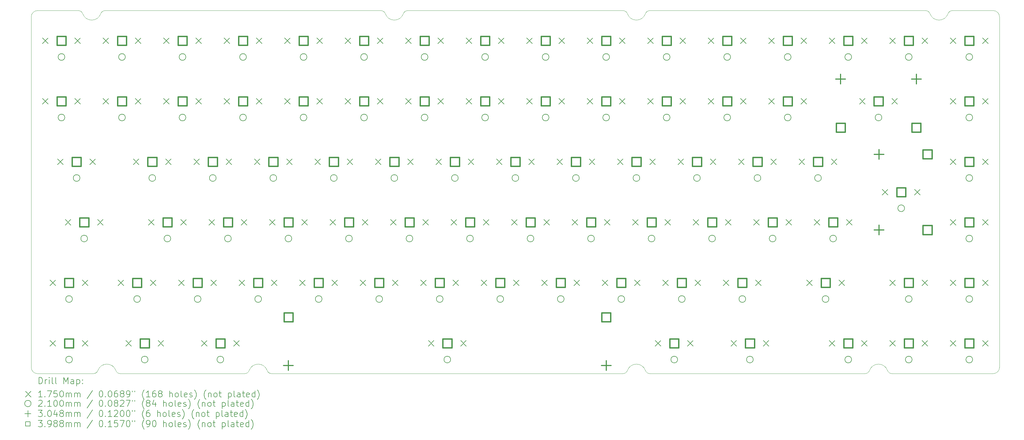
<source format=gbr>
%TF.GenerationSoftware,KiCad,Pcbnew,7.0.2*%
%TF.CreationDate,2023-04-27T00:32:21+01:00*%
%TF.ProjectId,ISO75+STM+PKRGB,49534f37-352b-4535-944d-2b504b524742,rev?*%
%TF.SameCoordinates,Original*%
%TF.FileFunction,Drillmap*%
%TF.FilePolarity,Positive*%
%FSLAX45Y45*%
G04 Gerber Fmt 4.5, Leading zero omitted, Abs format (unit mm)*
G04 Created by KiCad (PCBNEW 7.0.2) date 2023-04-27 00:32:21*
%MOMM*%
%LPD*%
G01*
G04 APERTURE LIST*
%ADD10C,0.100000*%
%ADD11C,0.200000*%
%ADD12C,0.175000*%
%ADD13C,0.210000*%
%ADD14C,0.304800*%
%ADD15C,0.398780*%
G04 APERTURE END LIST*
D10*
X13124264Y-1270004D02*
G75*
G03*
X12982843Y-1370000I-4J-149996D01*
G01*
X8696589Y-12600001D02*
G75*
G03*
X8838014Y-12700000I141421J50001D01*
G01*
X1470000Y-1270000D02*
X2750735Y-1270000D01*
X13124264Y-1270000D02*
X19895735Y-1270000D01*
X29562157Y-1370000D02*
G75*
G03*
X30127842Y-1370000I282843J100000D01*
G01*
X4095000Y-12700000D02*
X4075514Y-12700000D01*
X3934089Y-12600001D02*
G75*
G03*
X4075514Y-12700000I141421J50001D01*
G01*
X31550000Y-12700000D02*
G75*
G03*
X31750000Y-12500000I0J200000D01*
G01*
X3599264Y-1270004D02*
G75*
G03*
X3457842Y-1370000I-4J-149996D01*
G01*
X20602845Y-12599999D02*
G75*
G03*
X20744263Y-12700000I141415J49989D01*
G01*
X12417161Y-1369998D02*
G75*
G03*
X12275735Y-1270000I-141421J-50002D01*
G01*
X20744264Y-1270000D02*
X29420735Y-1270000D01*
X12417157Y-1370000D02*
G75*
G03*
X12982842Y-1370000I282843J100000D01*
G01*
X1470000Y-1270000D02*
G75*
G03*
X1270000Y-1470000I0J-200000D01*
G01*
X31550000Y-12700000D02*
X28364264Y-12700000D01*
X8696593Y-12600000D02*
G75*
G03*
X8130907Y-12600000I-282843J-100000D01*
G01*
X7988235Y-12700000D02*
X7970000Y-12700000D01*
X27515735Y-12699998D02*
G75*
G03*
X27657157Y-12600000I-5J150008D01*
G01*
X19895735Y-12700000D02*
X8838014Y-12700000D01*
X31750000Y-1470000D02*
G75*
G03*
X31550000Y-1270000I-200000J0D01*
G01*
X28222842Y-12600000D02*
G75*
G03*
X27657157Y-12600000I-282843J-100000D01*
G01*
X1270000Y-12500000D02*
X1270000Y-1470000D01*
X3599264Y-1270000D02*
X12275735Y-1270000D01*
X27515735Y-12700000D02*
X20744263Y-12700000D01*
X29562155Y-1370001D02*
G75*
G03*
X29420735Y-1270000I-141415J-49989D01*
G01*
X3934092Y-12600000D02*
G75*
G03*
X3368407Y-12600000I-282843J-100000D01*
G01*
X30269264Y-1270000D02*
X31550000Y-1270000D01*
X30269264Y-1270001D02*
G75*
G03*
X30127842Y-1370000I6J-150009D01*
G01*
X20744264Y-1270001D02*
G75*
G03*
X20602843Y-1370000I6J-150009D01*
G01*
X7989068Y-12699995D02*
G75*
G03*
X8130907Y-12600000I422J149996D01*
G01*
X7989068Y-12700000D02*
X7988235Y-12700000D01*
X7970000Y-12700000D02*
X4095000Y-12700000D01*
X28222845Y-12599999D02*
G75*
G03*
X28364264Y-12700000I141415J49989D01*
G01*
X31750000Y-1470000D02*
X31750000Y-12500000D01*
X19895735Y-12699998D02*
G75*
G03*
X20037157Y-12600000I-5J150008D01*
G01*
X3226985Y-12700000D02*
X1470000Y-12700000D01*
X20037155Y-1370001D02*
G75*
G03*
X19895735Y-1270000I-141415J-49989D01*
G01*
X2892161Y-1369998D02*
G75*
G03*
X2750735Y-1270000I-141421J-50002D01*
G01*
X3226985Y-12699996D02*
G75*
G03*
X3368407Y-12600000I5J149996D01*
G01*
X2892157Y-1370000D02*
G75*
G03*
X3457842Y-1370000I282843J100000D01*
G01*
X1270000Y-12500000D02*
G75*
G03*
X1470000Y-12700000I200000J0D01*
G01*
X20037157Y-1370000D02*
G75*
G03*
X20602842Y-1370000I282843J100000D01*
G01*
X20602842Y-12600000D02*
G75*
G03*
X20037157Y-12600000I-282843J-100000D01*
G01*
D11*
D12*
X1627000Y-2135000D02*
X1802000Y-2310000D01*
X1802000Y-2135000D02*
X1627000Y-2310000D01*
X1627000Y-4040000D02*
X1802000Y-4215000D01*
X1802000Y-4040000D02*
X1627000Y-4215000D01*
X1865125Y-9755000D02*
X2040125Y-9930000D01*
X2040125Y-9755000D02*
X1865125Y-9930000D01*
X1865125Y-11660000D02*
X2040125Y-11835000D01*
X2040125Y-11660000D02*
X1865125Y-11835000D01*
X2103250Y-5945000D02*
X2278250Y-6120000D01*
X2278250Y-5945000D02*
X2103250Y-6120000D01*
X2341375Y-7850000D02*
X2516375Y-8025000D01*
X2516375Y-7850000D02*
X2341375Y-8025000D01*
X2643000Y-2135000D02*
X2818000Y-2310000D01*
X2818000Y-2135000D02*
X2643000Y-2310000D01*
X2643000Y-4040000D02*
X2818000Y-4215000D01*
X2818000Y-4040000D02*
X2643000Y-4215000D01*
X2881125Y-9755000D02*
X3056125Y-9930000D01*
X3056125Y-9755000D02*
X2881125Y-9930000D01*
X2881125Y-11660000D02*
X3056125Y-11835000D01*
X3056125Y-11660000D02*
X2881125Y-11835000D01*
X3119250Y-5945000D02*
X3294250Y-6120000D01*
X3294250Y-5945000D02*
X3119250Y-6120000D01*
X3357375Y-7850000D02*
X3532375Y-8025000D01*
X3532375Y-7850000D02*
X3357375Y-8025000D01*
X3532000Y-2135000D02*
X3707000Y-2310000D01*
X3707000Y-2135000D02*
X3532000Y-2310000D01*
X3532000Y-4040000D02*
X3707000Y-4215000D01*
X3707000Y-4040000D02*
X3532000Y-4215000D01*
X4008250Y-9755000D02*
X4183250Y-9930000D01*
X4183250Y-9755000D02*
X4008250Y-9930000D01*
X4246375Y-11660000D02*
X4421375Y-11835000D01*
X4421375Y-11660000D02*
X4246375Y-11835000D01*
X4484500Y-5945000D02*
X4659500Y-6120000D01*
X4659500Y-5945000D02*
X4484500Y-6120000D01*
X4548000Y-2135000D02*
X4723000Y-2310000D01*
X4723000Y-2135000D02*
X4548000Y-2310000D01*
X4548000Y-4040000D02*
X4723000Y-4215000D01*
X4723000Y-4040000D02*
X4548000Y-4215000D01*
X4960750Y-7850000D02*
X5135750Y-8025000D01*
X5135750Y-7850000D02*
X4960750Y-8025000D01*
X5024250Y-9755000D02*
X5199250Y-9930000D01*
X5199250Y-9755000D02*
X5024250Y-9930000D01*
X5262375Y-11660000D02*
X5437375Y-11835000D01*
X5437375Y-11660000D02*
X5262375Y-11835000D01*
X5437000Y-2135000D02*
X5612000Y-2310000D01*
X5612000Y-2135000D02*
X5437000Y-2310000D01*
X5437000Y-4040000D02*
X5612000Y-4215000D01*
X5612000Y-4040000D02*
X5437000Y-4215000D01*
X5500500Y-5945000D02*
X5675500Y-6120000D01*
X5675500Y-5945000D02*
X5500500Y-6120000D01*
X5913250Y-9755000D02*
X6088250Y-9930000D01*
X6088250Y-9755000D02*
X5913250Y-9930000D01*
X5976750Y-7850000D02*
X6151750Y-8025000D01*
X6151750Y-7850000D02*
X5976750Y-8025000D01*
X6389500Y-5945000D02*
X6564500Y-6120000D01*
X6564500Y-5945000D02*
X6389500Y-6120000D01*
X6453000Y-2135000D02*
X6628000Y-2310000D01*
X6628000Y-2135000D02*
X6453000Y-2310000D01*
X6453000Y-4040000D02*
X6628000Y-4215000D01*
X6628000Y-4040000D02*
X6453000Y-4215000D01*
X6627625Y-11660000D02*
X6802625Y-11835000D01*
X6802625Y-11660000D02*
X6627625Y-11835000D01*
X6865750Y-7850000D02*
X7040750Y-8025000D01*
X7040750Y-7850000D02*
X6865750Y-8025000D01*
X6929250Y-9755000D02*
X7104250Y-9930000D01*
X7104250Y-9755000D02*
X6929250Y-9930000D01*
X7342000Y-2135000D02*
X7517000Y-2310000D01*
X7517000Y-2135000D02*
X7342000Y-2310000D01*
X7342000Y-4040000D02*
X7517000Y-4215000D01*
X7517000Y-4040000D02*
X7342000Y-4215000D01*
X7405500Y-5945000D02*
X7580500Y-6120000D01*
X7580500Y-5945000D02*
X7405500Y-6120000D01*
X7643625Y-11660000D02*
X7818625Y-11835000D01*
X7818625Y-11660000D02*
X7643625Y-11835000D01*
X7818250Y-9755000D02*
X7993250Y-9930000D01*
X7993250Y-9755000D02*
X7818250Y-9930000D01*
X7881750Y-7850000D02*
X8056750Y-8025000D01*
X8056750Y-7850000D02*
X7881750Y-8025000D01*
X8294500Y-5945000D02*
X8469500Y-6120000D01*
X8469500Y-5945000D02*
X8294500Y-6120000D01*
X8358000Y-2135000D02*
X8533000Y-2310000D01*
X8533000Y-2135000D02*
X8358000Y-2310000D01*
X8358000Y-4040000D02*
X8533000Y-4215000D01*
X8533000Y-4040000D02*
X8358000Y-4215000D01*
X8770750Y-7850000D02*
X8945750Y-8025000D01*
X8945750Y-7850000D02*
X8770750Y-8025000D01*
X8834250Y-9755000D02*
X9009250Y-9930000D01*
X9009250Y-9755000D02*
X8834250Y-9930000D01*
X9247000Y-2135000D02*
X9422000Y-2310000D01*
X9422000Y-2135000D02*
X9247000Y-2310000D01*
X9247000Y-4040000D02*
X9422000Y-4215000D01*
X9422000Y-4040000D02*
X9247000Y-4215000D01*
X9310500Y-5945000D02*
X9485500Y-6120000D01*
X9485500Y-5945000D02*
X9310500Y-6120000D01*
X9723250Y-9755000D02*
X9898250Y-9930000D01*
X9898250Y-9755000D02*
X9723250Y-9930000D01*
X9786750Y-7850000D02*
X9961750Y-8025000D01*
X9961750Y-7850000D02*
X9786750Y-8025000D01*
X10199500Y-5945000D02*
X10374500Y-6120000D01*
X10374500Y-5945000D02*
X10199500Y-6120000D01*
X10263000Y-2135000D02*
X10438000Y-2310000D01*
X10438000Y-2135000D02*
X10263000Y-2310000D01*
X10263000Y-4040000D02*
X10438000Y-4215000D01*
X10438000Y-4040000D02*
X10263000Y-4215000D01*
X10675750Y-7850000D02*
X10850750Y-8025000D01*
X10850750Y-7850000D02*
X10675750Y-8025000D01*
X10739250Y-9755000D02*
X10914250Y-9930000D01*
X10914250Y-9755000D02*
X10739250Y-9930000D01*
X11152000Y-2135000D02*
X11327000Y-2310000D01*
X11327000Y-2135000D02*
X11152000Y-2310000D01*
X11152000Y-4040000D02*
X11327000Y-4215000D01*
X11327000Y-4040000D02*
X11152000Y-4215000D01*
X11215500Y-5945000D02*
X11390500Y-6120000D01*
X11390500Y-5945000D02*
X11215500Y-6120000D01*
X11628250Y-9755000D02*
X11803250Y-9930000D01*
X11803250Y-9755000D02*
X11628250Y-9930000D01*
X11691750Y-7850000D02*
X11866750Y-8025000D01*
X11866750Y-7850000D02*
X11691750Y-8025000D01*
X12104500Y-5945000D02*
X12279500Y-6120000D01*
X12279500Y-5945000D02*
X12104500Y-6120000D01*
X12168000Y-2135000D02*
X12343000Y-2310000D01*
X12343000Y-2135000D02*
X12168000Y-2310000D01*
X12168000Y-4040000D02*
X12343000Y-4215000D01*
X12343000Y-4040000D02*
X12168000Y-4215000D01*
X12580750Y-7850000D02*
X12755750Y-8025000D01*
X12755750Y-7850000D02*
X12580750Y-8025000D01*
X12644250Y-9755000D02*
X12819250Y-9930000D01*
X12819250Y-9755000D02*
X12644250Y-9930000D01*
X13057000Y-2135000D02*
X13232000Y-2310000D01*
X13232000Y-2135000D02*
X13057000Y-2310000D01*
X13057000Y-4040000D02*
X13232000Y-4215000D01*
X13232000Y-4040000D02*
X13057000Y-4215000D01*
X13120500Y-5945000D02*
X13295500Y-6120000D01*
X13295500Y-5945000D02*
X13120500Y-6120000D01*
X13533250Y-9755000D02*
X13708250Y-9930000D01*
X13708250Y-9755000D02*
X13533250Y-9930000D01*
X13596750Y-7850000D02*
X13771750Y-8025000D01*
X13771750Y-7850000D02*
X13596750Y-8025000D01*
X13771375Y-11660000D02*
X13946375Y-11835000D01*
X13946375Y-11660000D02*
X13771375Y-11835000D01*
X14009500Y-5945000D02*
X14184500Y-6120000D01*
X14184500Y-5945000D02*
X14009500Y-6120000D01*
X14073000Y-2135000D02*
X14248000Y-2310000D01*
X14248000Y-2135000D02*
X14073000Y-2310000D01*
X14073000Y-4040000D02*
X14248000Y-4215000D01*
X14248000Y-4040000D02*
X14073000Y-4215000D01*
X14485750Y-7850000D02*
X14660750Y-8025000D01*
X14660750Y-7850000D02*
X14485750Y-8025000D01*
X14549250Y-9755000D02*
X14724250Y-9930000D01*
X14724250Y-9755000D02*
X14549250Y-9930000D01*
X14787375Y-11660000D02*
X14962375Y-11835000D01*
X14962375Y-11660000D02*
X14787375Y-11835000D01*
X14962000Y-2135000D02*
X15137000Y-2310000D01*
X15137000Y-2135000D02*
X14962000Y-2310000D01*
X14962000Y-4040000D02*
X15137000Y-4215000D01*
X15137000Y-4040000D02*
X14962000Y-4215000D01*
X15025500Y-5945000D02*
X15200500Y-6120000D01*
X15200500Y-5945000D02*
X15025500Y-6120000D01*
X15438250Y-9755000D02*
X15613250Y-9930000D01*
X15613250Y-9755000D02*
X15438250Y-9930000D01*
X15501750Y-7850000D02*
X15676750Y-8025000D01*
X15676750Y-7850000D02*
X15501750Y-8025000D01*
X15914500Y-5945000D02*
X16089500Y-6120000D01*
X16089500Y-5945000D02*
X15914500Y-6120000D01*
X15978000Y-2135000D02*
X16153000Y-2310000D01*
X16153000Y-2135000D02*
X15978000Y-2310000D01*
X15978000Y-4040000D02*
X16153000Y-4215000D01*
X16153000Y-4040000D02*
X15978000Y-4215000D01*
X16390750Y-7850000D02*
X16565750Y-8025000D01*
X16565750Y-7850000D02*
X16390750Y-8025000D01*
X16454250Y-9755000D02*
X16629250Y-9930000D01*
X16629250Y-9755000D02*
X16454250Y-9930000D01*
X16867000Y-2135000D02*
X17042000Y-2310000D01*
X17042000Y-2135000D02*
X16867000Y-2310000D01*
X16867000Y-4040000D02*
X17042000Y-4215000D01*
X17042000Y-4040000D02*
X16867000Y-4215000D01*
X16930500Y-5945000D02*
X17105500Y-6120000D01*
X17105500Y-5945000D02*
X16930500Y-6120000D01*
X17343250Y-9755000D02*
X17518250Y-9930000D01*
X17518250Y-9755000D02*
X17343250Y-9930000D01*
X17406750Y-7850000D02*
X17581750Y-8025000D01*
X17581750Y-7850000D02*
X17406750Y-8025000D01*
X17819500Y-5945000D02*
X17994500Y-6120000D01*
X17994500Y-5945000D02*
X17819500Y-6120000D01*
X17883000Y-2135000D02*
X18058000Y-2310000D01*
X18058000Y-2135000D02*
X17883000Y-2310000D01*
X17883000Y-4040000D02*
X18058000Y-4215000D01*
X18058000Y-4040000D02*
X17883000Y-4215000D01*
X18295750Y-7850000D02*
X18470750Y-8025000D01*
X18470750Y-7850000D02*
X18295750Y-8025000D01*
X18359250Y-9755000D02*
X18534250Y-9930000D01*
X18534250Y-9755000D02*
X18359250Y-9930000D01*
X18772000Y-2135000D02*
X18947000Y-2310000D01*
X18947000Y-2135000D02*
X18772000Y-2310000D01*
X18772000Y-4040000D02*
X18947000Y-4215000D01*
X18947000Y-4040000D02*
X18772000Y-4215000D01*
X18835500Y-5945000D02*
X19010500Y-6120000D01*
X19010500Y-5945000D02*
X18835500Y-6120000D01*
X19248250Y-9755000D02*
X19423250Y-9930000D01*
X19423250Y-9755000D02*
X19248250Y-9930000D01*
X19311750Y-7850000D02*
X19486750Y-8025000D01*
X19486750Y-7850000D02*
X19311750Y-8025000D01*
X19724500Y-5945000D02*
X19899500Y-6120000D01*
X19899500Y-5945000D02*
X19724500Y-6120000D01*
X19788000Y-2135000D02*
X19963000Y-2310000D01*
X19963000Y-2135000D02*
X19788000Y-2310000D01*
X19788000Y-4040000D02*
X19963000Y-4215000D01*
X19963000Y-4040000D02*
X19788000Y-4215000D01*
X20200750Y-7850000D02*
X20375750Y-8025000D01*
X20375750Y-7850000D02*
X20200750Y-8025000D01*
X20264250Y-9755000D02*
X20439250Y-9930000D01*
X20439250Y-9755000D02*
X20264250Y-9930000D01*
X20677000Y-2135000D02*
X20852000Y-2310000D01*
X20852000Y-2135000D02*
X20677000Y-2310000D01*
X20677000Y-4040000D02*
X20852000Y-4215000D01*
X20852000Y-4040000D02*
X20677000Y-4215000D01*
X20740500Y-5945000D02*
X20915500Y-6120000D01*
X20915500Y-5945000D02*
X20740500Y-6120000D01*
X20915125Y-11660000D02*
X21090125Y-11835000D01*
X21090125Y-11660000D02*
X20915125Y-11835000D01*
X21153250Y-9755000D02*
X21328250Y-9930000D01*
X21328250Y-9755000D02*
X21153250Y-9930000D01*
X21216750Y-7850000D02*
X21391750Y-8025000D01*
X21391750Y-7850000D02*
X21216750Y-8025000D01*
X21629500Y-5945000D02*
X21804500Y-6120000D01*
X21804500Y-5945000D02*
X21629500Y-6120000D01*
X21693000Y-2135000D02*
X21868000Y-2310000D01*
X21868000Y-2135000D02*
X21693000Y-2310000D01*
X21693000Y-4040000D02*
X21868000Y-4215000D01*
X21868000Y-4040000D02*
X21693000Y-4215000D01*
X21931125Y-11660000D02*
X22106125Y-11835000D01*
X22106125Y-11660000D02*
X21931125Y-11835000D01*
X22105750Y-7850000D02*
X22280750Y-8025000D01*
X22280750Y-7850000D02*
X22105750Y-8025000D01*
X22169250Y-9755000D02*
X22344250Y-9930000D01*
X22344250Y-9755000D02*
X22169250Y-9930000D01*
X22582000Y-2135000D02*
X22757000Y-2310000D01*
X22757000Y-2135000D02*
X22582000Y-2310000D01*
X22582000Y-4040000D02*
X22757000Y-4215000D01*
X22757000Y-4040000D02*
X22582000Y-4215000D01*
X22645500Y-5945000D02*
X22820500Y-6120000D01*
X22820500Y-5945000D02*
X22645500Y-6120000D01*
X23058250Y-9755000D02*
X23233250Y-9930000D01*
X23233250Y-9755000D02*
X23058250Y-9930000D01*
X23121750Y-7850000D02*
X23296750Y-8025000D01*
X23296750Y-7850000D02*
X23121750Y-8025000D01*
X23296375Y-11660000D02*
X23471375Y-11835000D01*
X23471375Y-11660000D02*
X23296375Y-11835000D01*
X23534500Y-5945000D02*
X23709500Y-6120000D01*
X23709500Y-5945000D02*
X23534500Y-6120000D01*
X23598000Y-2135000D02*
X23773000Y-2310000D01*
X23773000Y-2135000D02*
X23598000Y-2310000D01*
X23598000Y-4040000D02*
X23773000Y-4215000D01*
X23773000Y-4040000D02*
X23598000Y-4215000D01*
X24010750Y-7850000D02*
X24185750Y-8025000D01*
X24185750Y-7850000D02*
X24010750Y-8025000D01*
X24074250Y-9755000D02*
X24249250Y-9930000D01*
X24249250Y-9755000D02*
X24074250Y-9930000D01*
X24312375Y-11660000D02*
X24487375Y-11835000D01*
X24487375Y-11660000D02*
X24312375Y-11835000D01*
X24487000Y-2135000D02*
X24662000Y-2310000D01*
X24662000Y-2135000D02*
X24487000Y-2310000D01*
X24487000Y-4040000D02*
X24662000Y-4215000D01*
X24662000Y-4040000D02*
X24487000Y-4215000D01*
X24550500Y-5945000D02*
X24725500Y-6120000D01*
X24725500Y-5945000D02*
X24550500Y-6120000D01*
X25026750Y-7850000D02*
X25201750Y-8025000D01*
X25201750Y-7850000D02*
X25026750Y-8025000D01*
X25439500Y-5945000D02*
X25614500Y-6120000D01*
X25614500Y-5945000D02*
X25439500Y-6120000D01*
X25503000Y-2135000D02*
X25678000Y-2310000D01*
X25678000Y-2135000D02*
X25503000Y-2310000D01*
X25503000Y-4040000D02*
X25678000Y-4215000D01*
X25678000Y-4040000D02*
X25503000Y-4215000D01*
X25677625Y-9755000D02*
X25852625Y-9930000D01*
X25852625Y-9755000D02*
X25677625Y-9930000D01*
X25915750Y-7850000D02*
X26090750Y-8025000D01*
X26090750Y-7850000D02*
X25915750Y-8025000D01*
X26392000Y-2135000D02*
X26567000Y-2310000D01*
X26567000Y-2135000D02*
X26392000Y-2310000D01*
X26392000Y-11660000D02*
X26567000Y-11835000D01*
X26567000Y-11660000D02*
X26392000Y-11835000D01*
X26455500Y-5945000D02*
X26630500Y-6120000D01*
X26630500Y-5945000D02*
X26455500Y-6120000D01*
X26693625Y-9755000D02*
X26868625Y-9930000D01*
X26868625Y-9755000D02*
X26693625Y-9930000D01*
X26931750Y-7850000D02*
X27106750Y-8025000D01*
X27106750Y-7850000D02*
X26931750Y-8025000D01*
X27344500Y-4040000D02*
X27519500Y-4215000D01*
X27519500Y-4040000D02*
X27344500Y-4215000D01*
X27408000Y-2135000D02*
X27583000Y-2310000D01*
X27583000Y-2135000D02*
X27408000Y-2310000D01*
X27408000Y-11660000D02*
X27583000Y-11835000D01*
X27583000Y-11660000D02*
X27408000Y-11835000D01*
X28058875Y-6897500D02*
X28233875Y-7072500D01*
X28233875Y-6897500D02*
X28058875Y-7072500D01*
X28297000Y-2135000D02*
X28472000Y-2310000D01*
X28472000Y-2135000D02*
X28297000Y-2310000D01*
X28297000Y-9755000D02*
X28472000Y-9930000D01*
X28472000Y-9755000D02*
X28297000Y-9930000D01*
X28297000Y-11660000D02*
X28472000Y-11835000D01*
X28472000Y-11660000D02*
X28297000Y-11835000D01*
X28360500Y-4040000D02*
X28535500Y-4215000D01*
X28535500Y-4040000D02*
X28360500Y-4215000D01*
X29074875Y-6897500D02*
X29249875Y-7072500D01*
X29249875Y-6897500D02*
X29074875Y-7072500D01*
X29313000Y-2135000D02*
X29488000Y-2310000D01*
X29488000Y-2135000D02*
X29313000Y-2310000D01*
X29313000Y-9755000D02*
X29488000Y-9930000D01*
X29488000Y-9755000D02*
X29313000Y-9930000D01*
X29313000Y-11660000D02*
X29488000Y-11835000D01*
X29488000Y-11660000D02*
X29313000Y-11835000D01*
X30202000Y-2135000D02*
X30377000Y-2310000D01*
X30377000Y-2135000D02*
X30202000Y-2310000D01*
X30202000Y-4040000D02*
X30377000Y-4215000D01*
X30377000Y-4040000D02*
X30202000Y-4215000D01*
X30202000Y-5945000D02*
X30377000Y-6120000D01*
X30377000Y-5945000D02*
X30202000Y-6120000D01*
X30202000Y-7850000D02*
X30377000Y-8025000D01*
X30377000Y-7850000D02*
X30202000Y-8025000D01*
X30202000Y-9755000D02*
X30377000Y-9930000D01*
X30377000Y-9755000D02*
X30202000Y-9930000D01*
X30202000Y-11660000D02*
X30377000Y-11835000D01*
X30377000Y-11660000D02*
X30202000Y-11835000D01*
X31218000Y-2135000D02*
X31393000Y-2310000D01*
X31393000Y-2135000D02*
X31218000Y-2310000D01*
X31218000Y-4040000D02*
X31393000Y-4215000D01*
X31393000Y-4040000D02*
X31218000Y-4215000D01*
X31218000Y-5945000D02*
X31393000Y-6120000D01*
X31393000Y-5945000D02*
X31218000Y-6120000D01*
X31218000Y-7850000D02*
X31393000Y-8025000D01*
X31393000Y-7850000D02*
X31218000Y-8025000D01*
X31218000Y-9755000D02*
X31393000Y-9930000D01*
X31393000Y-9755000D02*
X31218000Y-9930000D01*
X31218000Y-11660000D02*
X31393000Y-11835000D01*
X31393000Y-11660000D02*
X31218000Y-11835000D01*
D13*
X2327500Y-2730500D02*
G75*
G03*
X2327500Y-2730500I-105000J0D01*
G01*
X2327500Y-4635500D02*
G75*
G03*
X2327500Y-4635500I-105000J0D01*
G01*
X2565625Y-10350500D02*
G75*
G03*
X2565625Y-10350500I-105000J0D01*
G01*
X2565625Y-12255500D02*
G75*
G03*
X2565625Y-12255500I-105000J0D01*
G01*
X2803750Y-6540500D02*
G75*
G03*
X2803750Y-6540500I-105000J0D01*
G01*
X3041875Y-8445500D02*
G75*
G03*
X3041875Y-8445500I-105000J0D01*
G01*
X4232500Y-2730500D02*
G75*
G03*
X4232500Y-2730500I-105000J0D01*
G01*
X4232500Y-4635500D02*
G75*
G03*
X4232500Y-4635500I-105000J0D01*
G01*
X4708750Y-10350500D02*
G75*
G03*
X4708750Y-10350500I-105000J0D01*
G01*
X4946875Y-12255500D02*
G75*
G03*
X4946875Y-12255500I-105000J0D01*
G01*
X5185000Y-6540500D02*
G75*
G03*
X5185000Y-6540500I-105000J0D01*
G01*
X5661250Y-8445500D02*
G75*
G03*
X5661250Y-8445500I-105000J0D01*
G01*
X6137500Y-2730500D02*
G75*
G03*
X6137500Y-2730500I-105000J0D01*
G01*
X6137500Y-4635500D02*
G75*
G03*
X6137500Y-4635500I-105000J0D01*
G01*
X6613750Y-10350500D02*
G75*
G03*
X6613750Y-10350500I-105000J0D01*
G01*
X7090000Y-6540500D02*
G75*
G03*
X7090000Y-6540500I-105000J0D01*
G01*
X7328125Y-12255500D02*
G75*
G03*
X7328125Y-12255500I-105000J0D01*
G01*
X7566250Y-8445500D02*
G75*
G03*
X7566250Y-8445500I-105000J0D01*
G01*
X8042500Y-2730500D02*
G75*
G03*
X8042500Y-2730500I-105000J0D01*
G01*
X8042500Y-4635500D02*
G75*
G03*
X8042500Y-4635500I-105000J0D01*
G01*
X8518750Y-10350500D02*
G75*
G03*
X8518750Y-10350500I-105000J0D01*
G01*
X8995000Y-6540500D02*
G75*
G03*
X8995000Y-6540500I-105000J0D01*
G01*
X9471250Y-8445500D02*
G75*
G03*
X9471250Y-8445500I-105000J0D01*
G01*
X9947500Y-2730500D02*
G75*
G03*
X9947500Y-2730500I-105000J0D01*
G01*
X9947500Y-4635500D02*
G75*
G03*
X9947500Y-4635500I-105000J0D01*
G01*
X10423750Y-10350500D02*
G75*
G03*
X10423750Y-10350500I-105000J0D01*
G01*
X10900000Y-6540500D02*
G75*
G03*
X10900000Y-6540500I-105000J0D01*
G01*
X11376250Y-8445500D02*
G75*
G03*
X11376250Y-8445500I-105000J0D01*
G01*
X11852500Y-2730500D02*
G75*
G03*
X11852500Y-2730500I-105000J0D01*
G01*
X11852500Y-4635500D02*
G75*
G03*
X11852500Y-4635500I-105000J0D01*
G01*
X12328750Y-10350500D02*
G75*
G03*
X12328750Y-10350500I-105000J0D01*
G01*
X12805000Y-6540500D02*
G75*
G03*
X12805000Y-6540500I-105000J0D01*
G01*
X13281250Y-8445500D02*
G75*
G03*
X13281250Y-8445500I-105000J0D01*
G01*
X13757500Y-2730500D02*
G75*
G03*
X13757500Y-2730500I-105000J0D01*
G01*
X13757500Y-4635500D02*
G75*
G03*
X13757500Y-4635500I-105000J0D01*
G01*
X14233750Y-10350500D02*
G75*
G03*
X14233750Y-10350500I-105000J0D01*
G01*
X14471875Y-12255500D02*
G75*
G03*
X14471875Y-12255500I-105000J0D01*
G01*
X14710000Y-6540500D02*
G75*
G03*
X14710000Y-6540500I-105000J0D01*
G01*
X15186250Y-8445500D02*
G75*
G03*
X15186250Y-8445500I-105000J0D01*
G01*
X15662500Y-2730500D02*
G75*
G03*
X15662500Y-2730500I-105000J0D01*
G01*
X15662500Y-4635500D02*
G75*
G03*
X15662500Y-4635500I-105000J0D01*
G01*
X16138750Y-10350500D02*
G75*
G03*
X16138750Y-10350500I-105000J0D01*
G01*
X16615000Y-6540500D02*
G75*
G03*
X16615000Y-6540500I-105000J0D01*
G01*
X17091250Y-8445500D02*
G75*
G03*
X17091250Y-8445500I-105000J0D01*
G01*
X17567500Y-2730500D02*
G75*
G03*
X17567500Y-2730500I-105000J0D01*
G01*
X17567500Y-4635500D02*
G75*
G03*
X17567500Y-4635500I-105000J0D01*
G01*
X18043750Y-10350500D02*
G75*
G03*
X18043750Y-10350500I-105000J0D01*
G01*
X18520000Y-6540500D02*
G75*
G03*
X18520000Y-6540500I-105000J0D01*
G01*
X18996250Y-8445500D02*
G75*
G03*
X18996250Y-8445500I-105000J0D01*
G01*
X19472500Y-2730500D02*
G75*
G03*
X19472500Y-2730500I-105000J0D01*
G01*
X19472500Y-4635500D02*
G75*
G03*
X19472500Y-4635500I-105000J0D01*
G01*
X19948750Y-10350500D02*
G75*
G03*
X19948750Y-10350500I-105000J0D01*
G01*
X20425000Y-6540500D02*
G75*
G03*
X20425000Y-6540500I-105000J0D01*
G01*
X20901250Y-8445500D02*
G75*
G03*
X20901250Y-8445500I-105000J0D01*
G01*
X21377500Y-2730500D02*
G75*
G03*
X21377500Y-2730500I-105000J0D01*
G01*
X21377500Y-4635500D02*
G75*
G03*
X21377500Y-4635500I-105000J0D01*
G01*
X21615625Y-12255500D02*
G75*
G03*
X21615625Y-12255500I-105000J0D01*
G01*
X21853750Y-10350500D02*
G75*
G03*
X21853750Y-10350500I-105000J0D01*
G01*
X22330000Y-6540500D02*
G75*
G03*
X22330000Y-6540500I-105000J0D01*
G01*
X22806250Y-8445500D02*
G75*
G03*
X22806250Y-8445500I-105000J0D01*
G01*
X23282500Y-2730500D02*
G75*
G03*
X23282500Y-2730500I-105000J0D01*
G01*
X23282500Y-4635500D02*
G75*
G03*
X23282500Y-4635500I-105000J0D01*
G01*
X23758750Y-10350500D02*
G75*
G03*
X23758750Y-10350500I-105000J0D01*
G01*
X23996875Y-12255500D02*
G75*
G03*
X23996875Y-12255500I-105000J0D01*
G01*
X24235000Y-6540500D02*
G75*
G03*
X24235000Y-6540500I-105000J0D01*
G01*
X24711250Y-8445500D02*
G75*
G03*
X24711250Y-8445500I-105000J0D01*
G01*
X25187500Y-2730500D02*
G75*
G03*
X25187500Y-2730500I-105000J0D01*
G01*
X25187500Y-4635500D02*
G75*
G03*
X25187500Y-4635500I-105000J0D01*
G01*
X26140000Y-6540500D02*
G75*
G03*
X26140000Y-6540500I-105000J0D01*
G01*
X26378125Y-10350500D02*
G75*
G03*
X26378125Y-10350500I-105000J0D01*
G01*
X26616250Y-8445500D02*
G75*
G03*
X26616250Y-8445500I-105000J0D01*
G01*
X27092500Y-2730500D02*
G75*
G03*
X27092500Y-2730500I-105000J0D01*
G01*
X27092500Y-12255500D02*
G75*
G03*
X27092500Y-12255500I-105000J0D01*
G01*
X28045000Y-4635500D02*
G75*
G03*
X28045000Y-4635500I-105000J0D01*
G01*
X28759375Y-7493000D02*
G75*
G03*
X28759375Y-7493000I-105000J0D01*
G01*
X28997500Y-2730500D02*
G75*
G03*
X28997500Y-2730500I-105000J0D01*
G01*
X28997500Y-10350500D02*
G75*
G03*
X28997500Y-10350500I-105000J0D01*
G01*
X28997500Y-12255500D02*
G75*
G03*
X28997500Y-12255500I-105000J0D01*
G01*
X30902500Y-2730500D02*
G75*
G03*
X30902500Y-2730500I-105000J0D01*
G01*
X30902500Y-4635500D02*
G75*
G03*
X30902500Y-4635500I-105000J0D01*
G01*
X30902500Y-6540500D02*
G75*
G03*
X30902500Y-6540500I-105000J0D01*
G01*
X30902500Y-8445500D02*
G75*
G03*
X30902500Y-8445500I-105000J0D01*
G01*
X30902500Y-10350500D02*
G75*
G03*
X30902500Y-10350500I-105000J0D01*
G01*
X30902500Y-12255500D02*
G75*
G03*
X30902500Y-12255500I-105000J0D01*
G01*
D14*
X9366250Y-12293600D02*
X9366250Y-12598400D01*
X9213850Y-12446000D02*
X9518650Y-12446000D01*
X19367500Y-12293600D02*
X19367500Y-12598400D01*
X19215100Y-12446000D02*
X19519900Y-12446000D01*
X26749375Y-3276600D02*
X26749375Y-3581400D01*
X26596975Y-3429000D02*
X26901775Y-3429000D01*
X27955875Y-5641975D02*
X27955875Y-5946775D01*
X27803475Y-5794375D02*
X28108275Y-5794375D01*
X27955875Y-8023225D02*
X27955875Y-8328025D01*
X27803475Y-8175625D02*
X28108275Y-8175625D01*
X29130625Y-3276600D02*
X29130625Y-3581400D01*
X28978225Y-3429000D02*
X29283025Y-3429000D01*
D15*
X2363491Y-2363491D02*
X2363491Y-2081509D01*
X2081509Y-2081509D01*
X2081509Y-2363491D01*
X2363491Y-2363491D01*
X2363491Y-4268491D02*
X2363491Y-3986509D01*
X2081509Y-3986509D01*
X2081509Y-4268491D01*
X2363491Y-4268491D01*
X2601616Y-9983491D02*
X2601616Y-9701509D01*
X2319634Y-9701509D01*
X2319634Y-9983491D01*
X2601616Y-9983491D01*
X2601616Y-11888491D02*
X2601616Y-11606509D01*
X2319634Y-11606509D01*
X2319634Y-11888491D01*
X2601616Y-11888491D01*
X2839741Y-6173491D02*
X2839741Y-5891509D01*
X2557759Y-5891509D01*
X2557759Y-6173491D01*
X2839741Y-6173491D01*
X3077866Y-8078491D02*
X3077866Y-7796509D01*
X2795884Y-7796509D01*
X2795884Y-8078491D01*
X3077866Y-8078491D01*
X4268491Y-2363491D02*
X4268491Y-2081509D01*
X3986509Y-2081509D01*
X3986509Y-2363491D01*
X4268491Y-2363491D01*
X4268491Y-4268491D02*
X4268491Y-3986509D01*
X3986509Y-3986509D01*
X3986509Y-4268491D01*
X4268491Y-4268491D01*
X4744741Y-9983491D02*
X4744741Y-9701509D01*
X4462759Y-9701509D01*
X4462759Y-9983491D01*
X4744741Y-9983491D01*
X4982866Y-11888491D02*
X4982866Y-11606509D01*
X4700884Y-11606509D01*
X4700884Y-11888491D01*
X4982866Y-11888491D01*
X5220991Y-6173491D02*
X5220991Y-5891509D01*
X4939009Y-5891509D01*
X4939009Y-6173491D01*
X5220991Y-6173491D01*
X5697241Y-8078491D02*
X5697241Y-7796509D01*
X5415259Y-7796509D01*
X5415259Y-8078491D01*
X5697241Y-8078491D01*
X6173491Y-2363491D02*
X6173491Y-2081509D01*
X5891509Y-2081509D01*
X5891509Y-2363491D01*
X6173491Y-2363491D01*
X6173491Y-4268491D02*
X6173491Y-3986509D01*
X5891509Y-3986509D01*
X5891509Y-4268491D01*
X6173491Y-4268491D01*
X6649741Y-9983491D02*
X6649741Y-9701509D01*
X6367759Y-9701509D01*
X6367759Y-9983491D01*
X6649741Y-9983491D01*
X7125991Y-6173491D02*
X7125991Y-5891509D01*
X6844009Y-5891509D01*
X6844009Y-6173491D01*
X7125991Y-6173491D01*
X7364116Y-11888491D02*
X7364116Y-11606509D01*
X7082134Y-11606509D01*
X7082134Y-11888491D01*
X7364116Y-11888491D01*
X7602241Y-8078491D02*
X7602241Y-7796509D01*
X7320259Y-7796509D01*
X7320259Y-8078491D01*
X7602241Y-8078491D01*
X8078491Y-2363491D02*
X8078491Y-2081509D01*
X7796509Y-2081509D01*
X7796509Y-2363491D01*
X8078491Y-2363491D01*
X8078491Y-4268491D02*
X8078491Y-3986509D01*
X7796509Y-3986509D01*
X7796509Y-4268491D01*
X8078491Y-4268491D01*
X8554741Y-9983491D02*
X8554741Y-9701509D01*
X8272759Y-9701509D01*
X8272759Y-9983491D01*
X8554741Y-9983491D01*
X9030991Y-6173491D02*
X9030991Y-5891509D01*
X8749009Y-5891509D01*
X8749009Y-6173491D01*
X9030991Y-6173491D01*
X9507241Y-8078491D02*
X9507241Y-7796509D01*
X9225259Y-7796509D01*
X9225259Y-8078491D01*
X9507241Y-8078491D01*
X9507241Y-11062991D02*
X9507241Y-10781009D01*
X9225259Y-10781009D01*
X9225259Y-11062991D01*
X9507241Y-11062991D01*
X9983491Y-2363491D02*
X9983491Y-2081509D01*
X9701509Y-2081509D01*
X9701509Y-2363491D01*
X9983491Y-2363491D01*
X9983491Y-4268491D02*
X9983491Y-3986509D01*
X9701509Y-3986509D01*
X9701509Y-4268491D01*
X9983491Y-4268491D01*
X10459741Y-9983491D02*
X10459741Y-9701509D01*
X10177759Y-9701509D01*
X10177759Y-9983491D01*
X10459741Y-9983491D01*
X10935991Y-6173491D02*
X10935991Y-5891509D01*
X10654009Y-5891509D01*
X10654009Y-6173491D01*
X10935991Y-6173491D01*
X11412241Y-8078491D02*
X11412241Y-7796509D01*
X11130259Y-7796509D01*
X11130259Y-8078491D01*
X11412241Y-8078491D01*
X11888491Y-2363491D02*
X11888491Y-2081509D01*
X11606509Y-2081509D01*
X11606509Y-2363491D01*
X11888491Y-2363491D01*
X11888491Y-4268491D02*
X11888491Y-3986509D01*
X11606509Y-3986509D01*
X11606509Y-4268491D01*
X11888491Y-4268491D01*
X12364741Y-9983491D02*
X12364741Y-9701509D01*
X12082759Y-9701509D01*
X12082759Y-9983491D01*
X12364741Y-9983491D01*
X12840991Y-6173491D02*
X12840991Y-5891509D01*
X12559009Y-5891509D01*
X12559009Y-6173491D01*
X12840991Y-6173491D01*
X13317241Y-8078491D02*
X13317241Y-7796509D01*
X13035259Y-7796509D01*
X13035259Y-8078491D01*
X13317241Y-8078491D01*
X13793491Y-2363491D02*
X13793491Y-2081509D01*
X13511509Y-2081509D01*
X13511509Y-2363491D01*
X13793491Y-2363491D01*
X13793491Y-4268491D02*
X13793491Y-3986509D01*
X13511509Y-3986509D01*
X13511509Y-4268491D01*
X13793491Y-4268491D01*
X14269741Y-9983491D02*
X14269741Y-9701509D01*
X13987759Y-9701509D01*
X13987759Y-9983491D01*
X14269741Y-9983491D01*
X14507866Y-11888491D02*
X14507866Y-11606509D01*
X14225884Y-11606509D01*
X14225884Y-11888491D01*
X14507866Y-11888491D01*
X14745991Y-6173491D02*
X14745991Y-5891509D01*
X14464009Y-5891509D01*
X14464009Y-6173491D01*
X14745991Y-6173491D01*
X15222241Y-8078491D02*
X15222241Y-7796509D01*
X14940259Y-7796509D01*
X14940259Y-8078491D01*
X15222241Y-8078491D01*
X15698491Y-2363491D02*
X15698491Y-2081509D01*
X15416509Y-2081509D01*
X15416509Y-2363491D01*
X15698491Y-2363491D01*
X15698491Y-4268491D02*
X15698491Y-3986509D01*
X15416509Y-3986509D01*
X15416509Y-4268491D01*
X15698491Y-4268491D01*
X16174741Y-9983491D02*
X16174741Y-9701509D01*
X15892759Y-9701509D01*
X15892759Y-9983491D01*
X16174741Y-9983491D01*
X16650991Y-6173491D02*
X16650991Y-5891509D01*
X16369009Y-5891509D01*
X16369009Y-6173491D01*
X16650991Y-6173491D01*
X17127241Y-8078491D02*
X17127241Y-7796509D01*
X16845259Y-7796509D01*
X16845259Y-8078491D01*
X17127241Y-8078491D01*
X17603491Y-2363491D02*
X17603491Y-2081509D01*
X17321509Y-2081509D01*
X17321509Y-2363491D01*
X17603491Y-2363491D01*
X17603491Y-4268491D02*
X17603491Y-3986509D01*
X17321509Y-3986509D01*
X17321509Y-4268491D01*
X17603491Y-4268491D01*
X18079741Y-9983491D02*
X18079741Y-9701509D01*
X17797759Y-9701509D01*
X17797759Y-9983491D01*
X18079741Y-9983491D01*
X18555991Y-6173491D02*
X18555991Y-5891509D01*
X18274009Y-5891509D01*
X18274009Y-6173491D01*
X18555991Y-6173491D01*
X19032241Y-8078491D02*
X19032241Y-7796509D01*
X18750259Y-7796509D01*
X18750259Y-8078491D01*
X19032241Y-8078491D01*
X19508491Y-2363491D02*
X19508491Y-2081509D01*
X19226509Y-2081509D01*
X19226509Y-2363491D01*
X19508491Y-2363491D01*
X19508491Y-4268491D02*
X19508491Y-3986509D01*
X19226509Y-3986509D01*
X19226509Y-4268491D01*
X19508491Y-4268491D01*
X19508491Y-11062991D02*
X19508491Y-10781009D01*
X19226509Y-10781009D01*
X19226509Y-11062991D01*
X19508491Y-11062991D01*
X19984741Y-9983491D02*
X19984741Y-9701509D01*
X19702759Y-9701509D01*
X19702759Y-9983491D01*
X19984741Y-9983491D01*
X20460991Y-6173491D02*
X20460991Y-5891509D01*
X20179009Y-5891509D01*
X20179009Y-6173491D01*
X20460991Y-6173491D01*
X20937241Y-8078491D02*
X20937241Y-7796509D01*
X20655259Y-7796509D01*
X20655259Y-8078491D01*
X20937241Y-8078491D01*
X21413491Y-2363491D02*
X21413491Y-2081509D01*
X21131509Y-2081509D01*
X21131509Y-2363491D01*
X21413491Y-2363491D01*
X21413491Y-4268491D02*
X21413491Y-3986509D01*
X21131509Y-3986509D01*
X21131509Y-4268491D01*
X21413491Y-4268491D01*
X21651616Y-11888491D02*
X21651616Y-11606509D01*
X21369634Y-11606509D01*
X21369634Y-11888491D01*
X21651616Y-11888491D01*
X21889741Y-9983491D02*
X21889741Y-9701509D01*
X21607759Y-9701509D01*
X21607759Y-9983491D01*
X21889741Y-9983491D01*
X22365991Y-6173491D02*
X22365991Y-5891509D01*
X22084009Y-5891509D01*
X22084009Y-6173491D01*
X22365991Y-6173491D01*
X22842241Y-8078491D02*
X22842241Y-7796509D01*
X22560259Y-7796509D01*
X22560259Y-8078491D01*
X22842241Y-8078491D01*
X23318491Y-2363491D02*
X23318491Y-2081509D01*
X23036509Y-2081509D01*
X23036509Y-2363491D01*
X23318491Y-2363491D01*
X23318491Y-4268491D02*
X23318491Y-3986509D01*
X23036509Y-3986509D01*
X23036509Y-4268491D01*
X23318491Y-4268491D01*
X23794741Y-9983491D02*
X23794741Y-9701509D01*
X23512759Y-9701509D01*
X23512759Y-9983491D01*
X23794741Y-9983491D01*
X24032866Y-11888491D02*
X24032866Y-11606509D01*
X23750884Y-11606509D01*
X23750884Y-11888491D01*
X24032866Y-11888491D01*
X24270991Y-6173491D02*
X24270991Y-5891509D01*
X23989009Y-5891509D01*
X23989009Y-6173491D01*
X24270991Y-6173491D01*
X24747241Y-8078491D02*
X24747241Y-7796509D01*
X24465259Y-7796509D01*
X24465259Y-8078491D01*
X24747241Y-8078491D01*
X25223491Y-2363491D02*
X25223491Y-2081509D01*
X24941509Y-2081509D01*
X24941509Y-2363491D01*
X25223491Y-2363491D01*
X25223491Y-4268491D02*
X25223491Y-3986509D01*
X24941509Y-3986509D01*
X24941509Y-4268491D01*
X25223491Y-4268491D01*
X26175991Y-6173491D02*
X26175991Y-5891509D01*
X25894009Y-5891509D01*
X25894009Y-6173491D01*
X26175991Y-6173491D01*
X26414116Y-9983491D02*
X26414116Y-9701509D01*
X26132134Y-9701509D01*
X26132134Y-9983491D01*
X26414116Y-9983491D01*
X26652241Y-8078491D02*
X26652241Y-7796509D01*
X26370259Y-7796509D01*
X26370259Y-8078491D01*
X26652241Y-8078491D01*
X26890366Y-5093991D02*
X26890366Y-4812009D01*
X26608384Y-4812009D01*
X26608384Y-5093991D01*
X26890366Y-5093991D01*
X27128491Y-2363491D02*
X27128491Y-2081509D01*
X26846509Y-2081509D01*
X26846509Y-2363491D01*
X27128491Y-2363491D01*
X27128491Y-11888491D02*
X27128491Y-11606509D01*
X26846509Y-11606509D01*
X26846509Y-11888491D01*
X27128491Y-11888491D01*
X28080991Y-4268491D02*
X28080991Y-3986509D01*
X27799009Y-3986509D01*
X27799009Y-4268491D01*
X28080991Y-4268491D01*
X28795366Y-7125991D02*
X28795366Y-6844009D01*
X28513384Y-6844009D01*
X28513384Y-7125991D01*
X28795366Y-7125991D01*
X29033491Y-2363491D02*
X29033491Y-2081509D01*
X28751509Y-2081509D01*
X28751509Y-2363491D01*
X29033491Y-2363491D01*
X29033491Y-9983491D02*
X29033491Y-9701509D01*
X28751509Y-9701509D01*
X28751509Y-9983491D01*
X29033491Y-9983491D01*
X29033491Y-11888491D02*
X29033491Y-11606509D01*
X28751509Y-11606509D01*
X28751509Y-11888491D01*
X29033491Y-11888491D01*
X29271616Y-5093991D02*
X29271616Y-4812009D01*
X28989634Y-4812009D01*
X28989634Y-5093991D01*
X29271616Y-5093991D01*
X29620866Y-5935366D02*
X29620866Y-5653384D01*
X29338884Y-5653384D01*
X29338884Y-5935366D01*
X29620866Y-5935366D01*
X29620866Y-8316616D02*
X29620866Y-8034634D01*
X29338884Y-8034634D01*
X29338884Y-8316616D01*
X29620866Y-8316616D01*
X30938491Y-2363491D02*
X30938491Y-2081509D01*
X30656509Y-2081509D01*
X30656509Y-2363491D01*
X30938491Y-2363491D01*
X30938491Y-4268491D02*
X30938491Y-3986509D01*
X30656509Y-3986509D01*
X30656509Y-4268491D01*
X30938491Y-4268491D01*
X30938491Y-6173491D02*
X30938491Y-5891509D01*
X30656509Y-5891509D01*
X30656509Y-6173491D01*
X30938491Y-6173491D01*
X30938491Y-8078491D02*
X30938491Y-7796509D01*
X30656509Y-7796509D01*
X30656509Y-8078491D01*
X30938491Y-8078491D01*
X30938491Y-9983491D02*
X30938491Y-9701509D01*
X30656509Y-9701509D01*
X30656509Y-9983491D01*
X30938491Y-9983491D01*
X30938491Y-11888491D02*
X30938491Y-11606509D01*
X30656509Y-11606509D01*
X30656509Y-11888491D01*
X30938491Y-11888491D01*
D11*
X1512619Y-13017524D02*
X1512619Y-12817524D01*
X1512619Y-12817524D02*
X1560238Y-12817524D01*
X1560238Y-12817524D02*
X1588809Y-12827048D01*
X1588809Y-12827048D02*
X1607857Y-12846095D01*
X1607857Y-12846095D02*
X1617381Y-12865143D01*
X1617381Y-12865143D02*
X1626905Y-12903238D01*
X1626905Y-12903238D02*
X1626905Y-12931809D01*
X1626905Y-12931809D02*
X1617381Y-12969905D01*
X1617381Y-12969905D02*
X1607857Y-12988952D01*
X1607857Y-12988952D02*
X1588809Y-13008000D01*
X1588809Y-13008000D02*
X1560238Y-13017524D01*
X1560238Y-13017524D02*
X1512619Y-13017524D01*
X1712619Y-13017524D02*
X1712619Y-12884190D01*
X1712619Y-12922286D02*
X1722143Y-12903238D01*
X1722143Y-12903238D02*
X1731667Y-12893714D01*
X1731667Y-12893714D02*
X1750714Y-12884190D01*
X1750714Y-12884190D02*
X1769762Y-12884190D01*
X1836428Y-13017524D02*
X1836428Y-12884190D01*
X1836428Y-12817524D02*
X1826905Y-12827048D01*
X1826905Y-12827048D02*
X1836428Y-12836571D01*
X1836428Y-12836571D02*
X1845952Y-12827048D01*
X1845952Y-12827048D02*
X1836428Y-12817524D01*
X1836428Y-12817524D02*
X1836428Y-12836571D01*
X1960238Y-13017524D02*
X1941190Y-13008000D01*
X1941190Y-13008000D02*
X1931667Y-12988952D01*
X1931667Y-12988952D02*
X1931667Y-12817524D01*
X2065000Y-13017524D02*
X2045952Y-13008000D01*
X2045952Y-13008000D02*
X2036428Y-12988952D01*
X2036428Y-12988952D02*
X2036428Y-12817524D01*
X2293571Y-13017524D02*
X2293571Y-12817524D01*
X2293571Y-12817524D02*
X2360238Y-12960381D01*
X2360238Y-12960381D02*
X2426905Y-12817524D01*
X2426905Y-12817524D02*
X2426905Y-13017524D01*
X2607857Y-13017524D02*
X2607857Y-12912762D01*
X2607857Y-12912762D02*
X2598333Y-12893714D01*
X2598333Y-12893714D02*
X2579286Y-12884190D01*
X2579286Y-12884190D02*
X2541190Y-12884190D01*
X2541190Y-12884190D02*
X2522143Y-12893714D01*
X2607857Y-13008000D02*
X2588810Y-13017524D01*
X2588810Y-13017524D02*
X2541190Y-13017524D01*
X2541190Y-13017524D02*
X2522143Y-13008000D01*
X2522143Y-13008000D02*
X2512619Y-12988952D01*
X2512619Y-12988952D02*
X2512619Y-12969905D01*
X2512619Y-12969905D02*
X2522143Y-12950857D01*
X2522143Y-12950857D02*
X2541190Y-12941333D01*
X2541190Y-12941333D02*
X2588810Y-12941333D01*
X2588810Y-12941333D02*
X2607857Y-12931809D01*
X2703095Y-12884190D02*
X2703095Y-13084190D01*
X2703095Y-12893714D02*
X2722143Y-12884190D01*
X2722143Y-12884190D02*
X2760238Y-12884190D01*
X2760238Y-12884190D02*
X2779286Y-12893714D01*
X2779286Y-12893714D02*
X2788810Y-12903238D01*
X2788810Y-12903238D02*
X2798333Y-12922286D01*
X2798333Y-12922286D02*
X2798333Y-12979428D01*
X2798333Y-12979428D02*
X2788810Y-12998476D01*
X2788810Y-12998476D02*
X2779286Y-13008000D01*
X2779286Y-13008000D02*
X2760238Y-13017524D01*
X2760238Y-13017524D02*
X2722143Y-13017524D01*
X2722143Y-13017524D02*
X2703095Y-13008000D01*
X2884048Y-12998476D02*
X2893571Y-13008000D01*
X2893571Y-13008000D02*
X2884048Y-13017524D01*
X2884048Y-13017524D02*
X2874524Y-13008000D01*
X2874524Y-13008000D02*
X2884048Y-12998476D01*
X2884048Y-12998476D02*
X2884048Y-13017524D01*
X2884048Y-12893714D02*
X2893571Y-12903238D01*
X2893571Y-12903238D02*
X2884048Y-12912762D01*
X2884048Y-12912762D02*
X2874524Y-12903238D01*
X2874524Y-12903238D02*
X2884048Y-12893714D01*
X2884048Y-12893714D02*
X2884048Y-12912762D01*
D12*
X1090000Y-13257500D02*
X1265000Y-13432500D01*
X1265000Y-13257500D02*
X1090000Y-13432500D01*
D11*
X1617381Y-13437524D02*
X1503095Y-13437524D01*
X1560238Y-13437524D02*
X1560238Y-13237524D01*
X1560238Y-13237524D02*
X1541190Y-13266095D01*
X1541190Y-13266095D02*
X1522143Y-13285143D01*
X1522143Y-13285143D02*
X1503095Y-13294667D01*
X1703095Y-13418476D02*
X1712619Y-13428000D01*
X1712619Y-13428000D02*
X1703095Y-13437524D01*
X1703095Y-13437524D02*
X1693571Y-13428000D01*
X1693571Y-13428000D02*
X1703095Y-13418476D01*
X1703095Y-13418476D02*
X1703095Y-13437524D01*
X1779286Y-13237524D02*
X1912619Y-13237524D01*
X1912619Y-13237524D02*
X1826905Y-13437524D01*
X2084048Y-13237524D02*
X1988809Y-13237524D01*
X1988809Y-13237524D02*
X1979286Y-13332762D01*
X1979286Y-13332762D02*
X1988809Y-13323238D01*
X1988809Y-13323238D02*
X2007857Y-13313714D01*
X2007857Y-13313714D02*
X2055476Y-13313714D01*
X2055476Y-13313714D02*
X2074524Y-13323238D01*
X2074524Y-13323238D02*
X2084048Y-13332762D01*
X2084048Y-13332762D02*
X2093571Y-13351809D01*
X2093571Y-13351809D02*
X2093571Y-13399428D01*
X2093571Y-13399428D02*
X2084048Y-13418476D01*
X2084048Y-13418476D02*
X2074524Y-13428000D01*
X2074524Y-13428000D02*
X2055476Y-13437524D01*
X2055476Y-13437524D02*
X2007857Y-13437524D01*
X2007857Y-13437524D02*
X1988809Y-13428000D01*
X1988809Y-13428000D02*
X1979286Y-13418476D01*
X2217381Y-13237524D02*
X2236429Y-13237524D01*
X2236429Y-13237524D02*
X2255476Y-13247048D01*
X2255476Y-13247048D02*
X2265000Y-13256571D01*
X2265000Y-13256571D02*
X2274524Y-13275619D01*
X2274524Y-13275619D02*
X2284048Y-13313714D01*
X2284048Y-13313714D02*
X2284048Y-13361333D01*
X2284048Y-13361333D02*
X2274524Y-13399428D01*
X2274524Y-13399428D02*
X2265000Y-13418476D01*
X2265000Y-13418476D02*
X2255476Y-13428000D01*
X2255476Y-13428000D02*
X2236429Y-13437524D01*
X2236429Y-13437524D02*
X2217381Y-13437524D01*
X2217381Y-13437524D02*
X2198333Y-13428000D01*
X2198333Y-13428000D02*
X2188810Y-13418476D01*
X2188810Y-13418476D02*
X2179286Y-13399428D01*
X2179286Y-13399428D02*
X2169762Y-13361333D01*
X2169762Y-13361333D02*
X2169762Y-13313714D01*
X2169762Y-13313714D02*
X2179286Y-13275619D01*
X2179286Y-13275619D02*
X2188810Y-13256571D01*
X2188810Y-13256571D02*
X2198333Y-13247048D01*
X2198333Y-13247048D02*
X2217381Y-13237524D01*
X2369762Y-13437524D02*
X2369762Y-13304190D01*
X2369762Y-13323238D02*
X2379286Y-13313714D01*
X2379286Y-13313714D02*
X2398333Y-13304190D01*
X2398333Y-13304190D02*
X2426905Y-13304190D01*
X2426905Y-13304190D02*
X2445952Y-13313714D01*
X2445952Y-13313714D02*
X2455476Y-13332762D01*
X2455476Y-13332762D02*
X2455476Y-13437524D01*
X2455476Y-13332762D02*
X2465000Y-13313714D01*
X2465000Y-13313714D02*
X2484048Y-13304190D01*
X2484048Y-13304190D02*
X2512619Y-13304190D01*
X2512619Y-13304190D02*
X2531667Y-13313714D01*
X2531667Y-13313714D02*
X2541191Y-13332762D01*
X2541191Y-13332762D02*
X2541191Y-13437524D01*
X2636429Y-13437524D02*
X2636429Y-13304190D01*
X2636429Y-13323238D02*
X2645952Y-13313714D01*
X2645952Y-13313714D02*
X2665000Y-13304190D01*
X2665000Y-13304190D02*
X2693572Y-13304190D01*
X2693572Y-13304190D02*
X2712619Y-13313714D01*
X2712619Y-13313714D02*
X2722143Y-13332762D01*
X2722143Y-13332762D02*
X2722143Y-13437524D01*
X2722143Y-13332762D02*
X2731667Y-13313714D01*
X2731667Y-13313714D02*
X2750714Y-13304190D01*
X2750714Y-13304190D02*
X2779286Y-13304190D01*
X2779286Y-13304190D02*
X2798333Y-13313714D01*
X2798333Y-13313714D02*
X2807857Y-13332762D01*
X2807857Y-13332762D02*
X2807857Y-13437524D01*
X3198333Y-13228000D02*
X3026905Y-13485143D01*
X3455476Y-13237524D02*
X3474524Y-13237524D01*
X3474524Y-13237524D02*
X3493572Y-13247048D01*
X3493572Y-13247048D02*
X3503095Y-13256571D01*
X3503095Y-13256571D02*
X3512619Y-13275619D01*
X3512619Y-13275619D02*
X3522143Y-13313714D01*
X3522143Y-13313714D02*
X3522143Y-13361333D01*
X3522143Y-13361333D02*
X3512619Y-13399428D01*
X3512619Y-13399428D02*
X3503095Y-13418476D01*
X3503095Y-13418476D02*
X3493572Y-13428000D01*
X3493572Y-13428000D02*
X3474524Y-13437524D01*
X3474524Y-13437524D02*
X3455476Y-13437524D01*
X3455476Y-13437524D02*
X3436429Y-13428000D01*
X3436429Y-13428000D02*
X3426905Y-13418476D01*
X3426905Y-13418476D02*
X3417381Y-13399428D01*
X3417381Y-13399428D02*
X3407857Y-13361333D01*
X3407857Y-13361333D02*
X3407857Y-13313714D01*
X3407857Y-13313714D02*
X3417381Y-13275619D01*
X3417381Y-13275619D02*
X3426905Y-13256571D01*
X3426905Y-13256571D02*
X3436429Y-13247048D01*
X3436429Y-13247048D02*
X3455476Y-13237524D01*
X3607857Y-13418476D02*
X3617381Y-13428000D01*
X3617381Y-13428000D02*
X3607857Y-13437524D01*
X3607857Y-13437524D02*
X3598333Y-13428000D01*
X3598333Y-13428000D02*
X3607857Y-13418476D01*
X3607857Y-13418476D02*
X3607857Y-13437524D01*
X3741191Y-13237524D02*
X3760238Y-13237524D01*
X3760238Y-13237524D02*
X3779286Y-13247048D01*
X3779286Y-13247048D02*
X3788810Y-13256571D01*
X3788810Y-13256571D02*
X3798333Y-13275619D01*
X3798333Y-13275619D02*
X3807857Y-13313714D01*
X3807857Y-13313714D02*
X3807857Y-13361333D01*
X3807857Y-13361333D02*
X3798333Y-13399428D01*
X3798333Y-13399428D02*
X3788810Y-13418476D01*
X3788810Y-13418476D02*
X3779286Y-13428000D01*
X3779286Y-13428000D02*
X3760238Y-13437524D01*
X3760238Y-13437524D02*
X3741191Y-13437524D01*
X3741191Y-13437524D02*
X3722143Y-13428000D01*
X3722143Y-13428000D02*
X3712619Y-13418476D01*
X3712619Y-13418476D02*
X3703095Y-13399428D01*
X3703095Y-13399428D02*
X3693572Y-13361333D01*
X3693572Y-13361333D02*
X3693572Y-13313714D01*
X3693572Y-13313714D02*
X3703095Y-13275619D01*
X3703095Y-13275619D02*
X3712619Y-13256571D01*
X3712619Y-13256571D02*
X3722143Y-13247048D01*
X3722143Y-13247048D02*
X3741191Y-13237524D01*
X3979286Y-13237524D02*
X3941191Y-13237524D01*
X3941191Y-13237524D02*
X3922143Y-13247048D01*
X3922143Y-13247048D02*
X3912619Y-13256571D01*
X3912619Y-13256571D02*
X3893572Y-13285143D01*
X3893572Y-13285143D02*
X3884048Y-13323238D01*
X3884048Y-13323238D02*
X3884048Y-13399428D01*
X3884048Y-13399428D02*
X3893572Y-13418476D01*
X3893572Y-13418476D02*
X3903095Y-13428000D01*
X3903095Y-13428000D02*
X3922143Y-13437524D01*
X3922143Y-13437524D02*
X3960238Y-13437524D01*
X3960238Y-13437524D02*
X3979286Y-13428000D01*
X3979286Y-13428000D02*
X3988810Y-13418476D01*
X3988810Y-13418476D02*
X3998333Y-13399428D01*
X3998333Y-13399428D02*
X3998333Y-13351809D01*
X3998333Y-13351809D02*
X3988810Y-13332762D01*
X3988810Y-13332762D02*
X3979286Y-13323238D01*
X3979286Y-13323238D02*
X3960238Y-13313714D01*
X3960238Y-13313714D02*
X3922143Y-13313714D01*
X3922143Y-13313714D02*
X3903095Y-13323238D01*
X3903095Y-13323238D02*
X3893572Y-13332762D01*
X3893572Y-13332762D02*
X3884048Y-13351809D01*
X4112619Y-13323238D02*
X4093572Y-13313714D01*
X4093572Y-13313714D02*
X4084048Y-13304190D01*
X4084048Y-13304190D02*
X4074524Y-13285143D01*
X4074524Y-13285143D02*
X4074524Y-13275619D01*
X4074524Y-13275619D02*
X4084048Y-13256571D01*
X4084048Y-13256571D02*
X4093572Y-13247048D01*
X4093572Y-13247048D02*
X4112619Y-13237524D01*
X4112619Y-13237524D02*
X4150714Y-13237524D01*
X4150714Y-13237524D02*
X4169762Y-13247048D01*
X4169762Y-13247048D02*
X4179286Y-13256571D01*
X4179286Y-13256571D02*
X4188810Y-13275619D01*
X4188810Y-13275619D02*
X4188810Y-13285143D01*
X4188810Y-13285143D02*
X4179286Y-13304190D01*
X4179286Y-13304190D02*
X4169762Y-13313714D01*
X4169762Y-13313714D02*
X4150714Y-13323238D01*
X4150714Y-13323238D02*
X4112619Y-13323238D01*
X4112619Y-13323238D02*
X4093572Y-13332762D01*
X4093572Y-13332762D02*
X4084048Y-13342286D01*
X4084048Y-13342286D02*
X4074524Y-13361333D01*
X4074524Y-13361333D02*
X4074524Y-13399428D01*
X4074524Y-13399428D02*
X4084048Y-13418476D01*
X4084048Y-13418476D02*
X4093572Y-13428000D01*
X4093572Y-13428000D02*
X4112619Y-13437524D01*
X4112619Y-13437524D02*
X4150714Y-13437524D01*
X4150714Y-13437524D02*
X4169762Y-13428000D01*
X4169762Y-13428000D02*
X4179286Y-13418476D01*
X4179286Y-13418476D02*
X4188810Y-13399428D01*
X4188810Y-13399428D02*
X4188810Y-13361333D01*
X4188810Y-13361333D02*
X4179286Y-13342286D01*
X4179286Y-13342286D02*
X4169762Y-13332762D01*
X4169762Y-13332762D02*
X4150714Y-13323238D01*
X4284048Y-13437524D02*
X4322143Y-13437524D01*
X4322143Y-13437524D02*
X4341191Y-13428000D01*
X4341191Y-13428000D02*
X4350715Y-13418476D01*
X4350715Y-13418476D02*
X4369762Y-13389905D01*
X4369762Y-13389905D02*
X4379286Y-13351809D01*
X4379286Y-13351809D02*
X4379286Y-13275619D01*
X4379286Y-13275619D02*
X4369762Y-13256571D01*
X4369762Y-13256571D02*
X4360238Y-13247048D01*
X4360238Y-13247048D02*
X4341191Y-13237524D01*
X4341191Y-13237524D02*
X4303095Y-13237524D01*
X4303095Y-13237524D02*
X4284048Y-13247048D01*
X4284048Y-13247048D02*
X4274524Y-13256571D01*
X4274524Y-13256571D02*
X4265000Y-13275619D01*
X4265000Y-13275619D02*
X4265000Y-13323238D01*
X4265000Y-13323238D02*
X4274524Y-13342286D01*
X4274524Y-13342286D02*
X4284048Y-13351809D01*
X4284048Y-13351809D02*
X4303095Y-13361333D01*
X4303095Y-13361333D02*
X4341191Y-13361333D01*
X4341191Y-13361333D02*
X4360238Y-13351809D01*
X4360238Y-13351809D02*
X4369762Y-13342286D01*
X4369762Y-13342286D02*
X4379286Y-13323238D01*
X4455476Y-13237524D02*
X4455476Y-13275619D01*
X4531667Y-13237524D02*
X4531667Y-13275619D01*
X4826905Y-13513714D02*
X4817381Y-13504190D01*
X4817381Y-13504190D02*
X4798334Y-13475619D01*
X4798334Y-13475619D02*
X4788810Y-13456571D01*
X4788810Y-13456571D02*
X4779286Y-13428000D01*
X4779286Y-13428000D02*
X4769762Y-13380381D01*
X4769762Y-13380381D02*
X4769762Y-13342286D01*
X4769762Y-13342286D02*
X4779286Y-13294667D01*
X4779286Y-13294667D02*
X4788810Y-13266095D01*
X4788810Y-13266095D02*
X4798334Y-13247048D01*
X4798334Y-13247048D02*
X4817381Y-13218476D01*
X4817381Y-13218476D02*
X4826905Y-13208952D01*
X5007857Y-13437524D02*
X4893572Y-13437524D01*
X4950715Y-13437524D02*
X4950715Y-13237524D01*
X4950715Y-13237524D02*
X4931667Y-13266095D01*
X4931667Y-13266095D02*
X4912619Y-13285143D01*
X4912619Y-13285143D02*
X4893572Y-13294667D01*
X5179286Y-13237524D02*
X5141191Y-13237524D01*
X5141191Y-13237524D02*
X5122143Y-13247048D01*
X5122143Y-13247048D02*
X5112619Y-13256571D01*
X5112619Y-13256571D02*
X5093572Y-13285143D01*
X5093572Y-13285143D02*
X5084048Y-13323238D01*
X5084048Y-13323238D02*
X5084048Y-13399428D01*
X5084048Y-13399428D02*
X5093572Y-13418476D01*
X5093572Y-13418476D02*
X5103096Y-13428000D01*
X5103096Y-13428000D02*
X5122143Y-13437524D01*
X5122143Y-13437524D02*
X5160238Y-13437524D01*
X5160238Y-13437524D02*
X5179286Y-13428000D01*
X5179286Y-13428000D02*
X5188810Y-13418476D01*
X5188810Y-13418476D02*
X5198334Y-13399428D01*
X5198334Y-13399428D02*
X5198334Y-13351809D01*
X5198334Y-13351809D02*
X5188810Y-13332762D01*
X5188810Y-13332762D02*
X5179286Y-13323238D01*
X5179286Y-13323238D02*
X5160238Y-13313714D01*
X5160238Y-13313714D02*
X5122143Y-13313714D01*
X5122143Y-13313714D02*
X5103096Y-13323238D01*
X5103096Y-13323238D02*
X5093572Y-13332762D01*
X5093572Y-13332762D02*
X5084048Y-13351809D01*
X5312619Y-13323238D02*
X5293572Y-13313714D01*
X5293572Y-13313714D02*
X5284048Y-13304190D01*
X5284048Y-13304190D02*
X5274524Y-13285143D01*
X5274524Y-13285143D02*
X5274524Y-13275619D01*
X5274524Y-13275619D02*
X5284048Y-13256571D01*
X5284048Y-13256571D02*
X5293572Y-13247048D01*
X5293572Y-13247048D02*
X5312619Y-13237524D01*
X5312619Y-13237524D02*
X5350715Y-13237524D01*
X5350715Y-13237524D02*
X5369762Y-13247048D01*
X5369762Y-13247048D02*
X5379286Y-13256571D01*
X5379286Y-13256571D02*
X5388810Y-13275619D01*
X5388810Y-13275619D02*
X5388810Y-13285143D01*
X5388810Y-13285143D02*
X5379286Y-13304190D01*
X5379286Y-13304190D02*
X5369762Y-13313714D01*
X5369762Y-13313714D02*
X5350715Y-13323238D01*
X5350715Y-13323238D02*
X5312619Y-13323238D01*
X5312619Y-13323238D02*
X5293572Y-13332762D01*
X5293572Y-13332762D02*
X5284048Y-13342286D01*
X5284048Y-13342286D02*
X5274524Y-13361333D01*
X5274524Y-13361333D02*
X5274524Y-13399428D01*
X5274524Y-13399428D02*
X5284048Y-13418476D01*
X5284048Y-13418476D02*
X5293572Y-13428000D01*
X5293572Y-13428000D02*
X5312619Y-13437524D01*
X5312619Y-13437524D02*
X5350715Y-13437524D01*
X5350715Y-13437524D02*
X5369762Y-13428000D01*
X5369762Y-13428000D02*
X5379286Y-13418476D01*
X5379286Y-13418476D02*
X5388810Y-13399428D01*
X5388810Y-13399428D02*
X5388810Y-13361333D01*
X5388810Y-13361333D02*
X5379286Y-13342286D01*
X5379286Y-13342286D02*
X5369762Y-13332762D01*
X5369762Y-13332762D02*
X5350715Y-13323238D01*
X5626905Y-13437524D02*
X5626905Y-13237524D01*
X5712619Y-13437524D02*
X5712619Y-13332762D01*
X5712619Y-13332762D02*
X5703096Y-13313714D01*
X5703096Y-13313714D02*
X5684048Y-13304190D01*
X5684048Y-13304190D02*
X5655476Y-13304190D01*
X5655476Y-13304190D02*
X5636429Y-13313714D01*
X5636429Y-13313714D02*
X5626905Y-13323238D01*
X5836429Y-13437524D02*
X5817381Y-13428000D01*
X5817381Y-13428000D02*
X5807857Y-13418476D01*
X5807857Y-13418476D02*
X5798334Y-13399428D01*
X5798334Y-13399428D02*
X5798334Y-13342286D01*
X5798334Y-13342286D02*
X5807857Y-13323238D01*
X5807857Y-13323238D02*
X5817381Y-13313714D01*
X5817381Y-13313714D02*
X5836429Y-13304190D01*
X5836429Y-13304190D02*
X5865000Y-13304190D01*
X5865000Y-13304190D02*
X5884048Y-13313714D01*
X5884048Y-13313714D02*
X5893572Y-13323238D01*
X5893572Y-13323238D02*
X5903096Y-13342286D01*
X5903096Y-13342286D02*
X5903096Y-13399428D01*
X5903096Y-13399428D02*
X5893572Y-13418476D01*
X5893572Y-13418476D02*
X5884048Y-13428000D01*
X5884048Y-13428000D02*
X5865000Y-13437524D01*
X5865000Y-13437524D02*
X5836429Y-13437524D01*
X6017381Y-13437524D02*
X5998334Y-13428000D01*
X5998334Y-13428000D02*
X5988810Y-13408952D01*
X5988810Y-13408952D02*
X5988810Y-13237524D01*
X6169762Y-13428000D02*
X6150715Y-13437524D01*
X6150715Y-13437524D02*
X6112619Y-13437524D01*
X6112619Y-13437524D02*
X6093572Y-13428000D01*
X6093572Y-13428000D02*
X6084048Y-13408952D01*
X6084048Y-13408952D02*
X6084048Y-13332762D01*
X6084048Y-13332762D02*
X6093572Y-13313714D01*
X6093572Y-13313714D02*
X6112619Y-13304190D01*
X6112619Y-13304190D02*
X6150715Y-13304190D01*
X6150715Y-13304190D02*
X6169762Y-13313714D01*
X6169762Y-13313714D02*
X6179286Y-13332762D01*
X6179286Y-13332762D02*
X6179286Y-13351809D01*
X6179286Y-13351809D02*
X6084048Y-13370857D01*
X6255477Y-13428000D02*
X6274524Y-13437524D01*
X6274524Y-13437524D02*
X6312619Y-13437524D01*
X6312619Y-13437524D02*
X6331667Y-13428000D01*
X6331667Y-13428000D02*
X6341191Y-13408952D01*
X6341191Y-13408952D02*
X6341191Y-13399428D01*
X6341191Y-13399428D02*
X6331667Y-13380381D01*
X6331667Y-13380381D02*
X6312619Y-13370857D01*
X6312619Y-13370857D02*
X6284048Y-13370857D01*
X6284048Y-13370857D02*
X6265000Y-13361333D01*
X6265000Y-13361333D02*
X6255477Y-13342286D01*
X6255477Y-13342286D02*
X6255477Y-13332762D01*
X6255477Y-13332762D02*
X6265000Y-13313714D01*
X6265000Y-13313714D02*
X6284048Y-13304190D01*
X6284048Y-13304190D02*
X6312619Y-13304190D01*
X6312619Y-13304190D02*
X6331667Y-13313714D01*
X6407858Y-13513714D02*
X6417381Y-13504190D01*
X6417381Y-13504190D02*
X6436429Y-13475619D01*
X6436429Y-13475619D02*
X6445953Y-13456571D01*
X6445953Y-13456571D02*
X6455477Y-13428000D01*
X6455477Y-13428000D02*
X6465000Y-13380381D01*
X6465000Y-13380381D02*
X6465000Y-13342286D01*
X6465000Y-13342286D02*
X6455477Y-13294667D01*
X6455477Y-13294667D02*
X6445953Y-13266095D01*
X6445953Y-13266095D02*
X6436429Y-13247048D01*
X6436429Y-13247048D02*
X6417381Y-13218476D01*
X6417381Y-13218476D02*
X6407858Y-13208952D01*
X6769762Y-13513714D02*
X6760238Y-13504190D01*
X6760238Y-13504190D02*
X6741191Y-13475619D01*
X6741191Y-13475619D02*
X6731667Y-13456571D01*
X6731667Y-13456571D02*
X6722143Y-13428000D01*
X6722143Y-13428000D02*
X6712619Y-13380381D01*
X6712619Y-13380381D02*
X6712619Y-13342286D01*
X6712619Y-13342286D02*
X6722143Y-13294667D01*
X6722143Y-13294667D02*
X6731667Y-13266095D01*
X6731667Y-13266095D02*
X6741191Y-13247048D01*
X6741191Y-13247048D02*
X6760238Y-13218476D01*
X6760238Y-13218476D02*
X6769762Y-13208952D01*
X6845953Y-13304190D02*
X6845953Y-13437524D01*
X6845953Y-13323238D02*
X6855477Y-13313714D01*
X6855477Y-13313714D02*
X6874524Y-13304190D01*
X6874524Y-13304190D02*
X6903096Y-13304190D01*
X6903096Y-13304190D02*
X6922143Y-13313714D01*
X6922143Y-13313714D02*
X6931667Y-13332762D01*
X6931667Y-13332762D02*
X6931667Y-13437524D01*
X7055477Y-13437524D02*
X7036429Y-13428000D01*
X7036429Y-13428000D02*
X7026905Y-13418476D01*
X7026905Y-13418476D02*
X7017381Y-13399428D01*
X7017381Y-13399428D02*
X7017381Y-13342286D01*
X7017381Y-13342286D02*
X7026905Y-13323238D01*
X7026905Y-13323238D02*
X7036429Y-13313714D01*
X7036429Y-13313714D02*
X7055477Y-13304190D01*
X7055477Y-13304190D02*
X7084048Y-13304190D01*
X7084048Y-13304190D02*
X7103096Y-13313714D01*
X7103096Y-13313714D02*
X7112619Y-13323238D01*
X7112619Y-13323238D02*
X7122143Y-13342286D01*
X7122143Y-13342286D02*
X7122143Y-13399428D01*
X7122143Y-13399428D02*
X7112619Y-13418476D01*
X7112619Y-13418476D02*
X7103096Y-13428000D01*
X7103096Y-13428000D02*
X7084048Y-13437524D01*
X7084048Y-13437524D02*
X7055477Y-13437524D01*
X7179286Y-13304190D02*
X7255477Y-13304190D01*
X7207858Y-13237524D02*
X7207858Y-13408952D01*
X7207858Y-13408952D02*
X7217381Y-13428000D01*
X7217381Y-13428000D02*
X7236429Y-13437524D01*
X7236429Y-13437524D02*
X7255477Y-13437524D01*
X7474524Y-13304190D02*
X7474524Y-13504190D01*
X7474524Y-13313714D02*
X7493572Y-13304190D01*
X7493572Y-13304190D02*
X7531667Y-13304190D01*
X7531667Y-13304190D02*
X7550715Y-13313714D01*
X7550715Y-13313714D02*
X7560239Y-13323238D01*
X7560239Y-13323238D02*
X7569762Y-13342286D01*
X7569762Y-13342286D02*
X7569762Y-13399428D01*
X7569762Y-13399428D02*
X7560239Y-13418476D01*
X7560239Y-13418476D02*
X7550715Y-13428000D01*
X7550715Y-13428000D02*
X7531667Y-13437524D01*
X7531667Y-13437524D02*
X7493572Y-13437524D01*
X7493572Y-13437524D02*
X7474524Y-13428000D01*
X7684048Y-13437524D02*
X7665000Y-13428000D01*
X7665000Y-13428000D02*
X7655477Y-13408952D01*
X7655477Y-13408952D02*
X7655477Y-13237524D01*
X7845953Y-13437524D02*
X7845953Y-13332762D01*
X7845953Y-13332762D02*
X7836429Y-13313714D01*
X7836429Y-13313714D02*
X7817381Y-13304190D01*
X7817381Y-13304190D02*
X7779286Y-13304190D01*
X7779286Y-13304190D02*
X7760239Y-13313714D01*
X7845953Y-13428000D02*
X7826905Y-13437524D01*
X7826905Y-13437524D02*
X7779286Y-13437524D01*
X7779286Y-13437524D02*
X7760239Y-13428000D01*
X7760239Y-13428000D02*
X7750715Y-13408952D01*
X7750715Y-13408952D02*
X7750715Y-13389905D01*
X7750715Y-13389905D02*
X7760239Y-13370857D01*
X7760239Y-13370857D02*
X7779286Y-13361333D01*
X7779286Y-13361333D02*
X7826905Y-13361333D01*
X7826905Y-13361333D02*
X7845953Y-13351809D01*
X7912620Y-13304190D02*
X7988810Y-13304190D01*
X7941191Y-13237524D02*
X7941191Y-13408952D01*
X7941191Y-13408952D02*
X7950715Y-13428000D01*
X7950715Y-13428000D02*
X7969762Y-13437524D01*
X7969762Y-13437524D02*
X7988810Y-13437524D01*
X8131667Y-13428000D02*
X8112620Y-13437524D01*
X8112620Y-13437524D02*
X8074524Y-13437524D01*
X8074524Y-13437524D02*
X8055477Y-13428000D01*
X8055477Y-13428000D02*
X8045953Y-13408952D01*
X8045953Y-13408952D02*
X8045953Y-13332762D01*
X8045953Y-13332762D02*
X8055477Y-13313714D01*
X8055477Y-13313714D02*
X8074524Y-13304190D01*
X8074524Y-13304190D02*
X8112620Y-13304190D01*
X8112620Y-13304190D02*
X8131667Y-13313714D01*
X8131667Y-13313714D02*
X8141191Y-13332762D01*
X8141191Y-13332762D02*
X8141191Y-13351809D01*
X8141191Y-13351809D02*
X8045953Y-13370857D01*
X8312620Y-13437524D02*
X8312620Y-13237524D01*
X8312620Y-13428000D02*
X8293572Y-13437524D01*
X8293572Y-13437524D02*
X8255477Y-13437524D01*
X8255477Y-13437524D02*
X8236429Y-13428000D01*
X8236429Y-13428000D02*
X8226905Y-13418476D01*
X8226905Y-13418476D02*
X8217381Y-13399428D01*
X8217381Y-13399428D02*
X8217381Y-13342286D01*
X8217381Y-13342286D02*
X8226905Y-13323238D01*
X8226905Y-13323238D02*
X8236429Y-13313714D01*
X8236429Y-13313714D02*
X8255477Y-13304190D01*
X8255477Y-13304190D02*
X8293572Y-13304190D01*
X8293572Y-13304190D02*
X8312620Y-13313714D01*
X8388810Y-13513714D02*
X8398334Y-13504190D01*
X8398334Y-13504190D02*
X8417382Y-13475619D01*
X8417382Y-13475619D02*
X8426905Y-13456571D01*
X8426905Y-13456571D02*
X8436429Y-13428000D01*
X8436429Y-13428000D02*
X8445953Y-13380381D01*
X8445953Y-13380381D02*
X8445953Y-13342286D01*
X8445953Y-13342286D02*
X8436429Y-13294667D01*
X8436429Y-13294667D02*
X8426905Y-13266095D01*
X8426905Y-13266095D02*
X8417382Y-13247048D01*
X8417382Y-13247048D02*
X8398334Y-13218476D01*
X8398334Y-13218476D02*
X8388810Y-13208952D01*
X1265000Y-13640000D02*
G75*
G03*
X1265000Y-13640000I-100000J0D01*
G01*
X1503095Y-13551571D02*
X1512619Y-13542048D01*
X1512619Y-13542048D02*
X1531667Y-13532524D01*
X1531667Y-13532524D02*
X1579286Y-13532524D01*
X1579286Y-13532524D02*
X1598333Y-13542048D01*
X1598333Y-13542048D02*
X1607857Y-13551571D01*
X1607857Y-13551571D02*
X1617381Y-13570619D01*
X1617381Y-13570619D02*
X1617381Y-13589667D01*
X1617381Y-13589667D02*
X1607857Y-13618238D01*
X1607857Y-13618238D02*
X1493571Y-13732524D01*
X1493571Y-13732524D02*
X1617381Y-13732524D01*
X1703095Y-13713476D02*
X1712619Y-13723000D01*
X1712619Y-13723000D02*
X1703095Y-13732524D01*
X1703095Y-13732524D02*
X1693571Y-13723000D01*
X1693571Y-13723000D02*
X1703095Y-13713476D01*
X1703095Y-13713476D02*
X1703095Y-13732524D01*
X1903095Y-13732524D02*
X1788809Y-13732524D01*
X1845952Y-13732524D02*
X1845952Y-13532524D01*
X1845952Y-13532524D02*
X1826905Y-13561095D01*
X1826905Y-13561095D02*
X1807857Y-13580143D01*
X1807857Y-13580143D02*
X1788809Y-13589667D01*
X2026905Y-13532524D02*
X2045952Y-13532524D01*
X2045952Y-13532524D02*
X2065000Y-13542048D01*
X2065000Y-13542048D02*
X2074524Y-13551571D01*
X2074524Y-13551571D02*
X2084048Y-13570619D01*
X2084048Y-13570619D02*
X2093571Y-13608714D01*
X2093571Y-13608714D02*
X2093571Y-13656333D01*
X2093571Y-13656333D02*
X2084048Y-13694428D01*
X2084048Y-13694428D02*
X2074524Y-13713476D01*
X2074524Y-13713476D02*
X2065000Y-13723000D01*
X2065000Y-13723000D02*
X2045952Y-13732524D01*
X2045952Y-13732524D02*
X2026905Y-13732524D01*
X2026905Y-13732524D02*
X2007857Y-13723000D01*
X2007857Y-13723000D02*
X1998333Y-13713476D01*
X1998333Y-13713476D02*
X1988809Y-13694428D01*
X1988809Y-13694428D02*
X1979286Y-13656333D01*
X1979286Y-13656333D02*
X1979286Y-13608714D01*
X1979286Y-13608714D02*
X1988809Y-13570619D01*
X1988809Y-13570619D02*
X1998333Y-13551571D01*
X1998333Y-13551571D02*
X2007857Y-13542048D01*
X2007857Y-13542048D02*
X2026905Y-13532524D01*
X2217381Y-13532524D02*
X2236429Y-13532524D01*
X2236429Y-13532524D02*
X2255476Y-13542048D01*
X2255476Y-13542048D02*
X2265000Y-13551571D01*
X2265000Y-13551571D02*
X2274524Y-13570619D01*
X2274524Y-13570619D02*
X2284048Y-13608714D01*
X2284048Y-13608714D02*
X2284048Y-13656333D01*
X2284048Y-13656333D02*
X2274524Y-13694428D01*
X2274524Y-13694428D02*
X2265000Y-13713476D01*
X2265000Y-13713476D02*
X2255476Y-13723000D01*
X2255476Y-13723000D02*
X2236429Y-13732524D01*
X2236429Y-13732524D02*
X2217381Y-13732524D01*
X2217381Y-13732524D02*
X2198333Y-13723000D01*
X2198333Y-13723000D02*
X2188810Y-13713476D01*
X2188810Y-13713476D02*
X2179286Y-13694428D01*
X2179286Y-13694428D02*
X2169762Y-13656333D01*
X2169762Y-13656333D02*
X2169762Y-13608714D01*
X2169762Y-13608714D02*
X2179286Y-13570619D01*
X2179286Y-13570619D02*
X2188810Y-13551571D01*
X2188810Y-13551571D02*
X2198333Y-13542048D01*
X2198333Y-13542048D02*
X2217381Y-13532524D01*
X2369762Y-13732524D02*
X2369762Y-13599190D01*
X2369762Y-13618238D02*
X2379286Y-13608714D01*
X2379286Y-13608714D02*
X2398333Y-13599190D01*
X2398333Y-13599190D02*
X2426905Y-13599190D01*
X2426905Y-13599190D02*
X2445952Y-13608714D01*
X2445952Y-13608714D02*
X2455476Y-13627762D01*
X2455476Y-13627762D02*
X2455476Y-13732524D01*
X2455476Y-13627762D02*
X2465000Y-13608714D01*
X2465000Y-13608714D02*
X2484048Y-13599190D01*
X2484048Y-13599190D02*
X2512619Y-13599190D01*
X2512619Y-13599190D02*
X2531667Y-13608714D01*
X2531667Y-13608714D02*
X2541191Y-13627762D01*
X2541191Y-13627762D02*
X2541191Y-13732524D01*
X2636429Y-13732524D02*
X2636429Y-13599190D01*
X2636429Y-13618238D02*
X2645952Y-13608714D01*
X2645952Y-13608714D02*
X2665000Y-13599190D01*
X2665000Y-13599190D02*
X2693572Y-13599190D01*
X2693572Y-13599190D02*
X2712619Y-13608714D01*
X2712619Y-13608714D02*
X2722143Y-13627762D01*
X2722143Y-13627762D02*
X2722143Y-13732524D01*
X2722143Y-13627762D02*
X2731667Y-13608714D01*
X2731667Y-13608714D02*
X2750714Y-13599190D01*
X2750714Y-13599190D02*
X2779286Y-13599190D01*
X2779286Y-13599190D02*
X2798333Y-13608714D01*
X2798333Y-13608714D02*
X2807857Y-13627762D01*
X2807857Y-13627762D02*
X2807857Y-13732524D01*
X3198333Y-13523000D02*
X3026905Y-13780143D01*
X3455476Y-13532524D02*
X3474524Y-13532524D01*
X3474524Y-13532524D02*
X3493572Y-13542048D01*
X3493572Y-13542048D02*
X3503095Y-13551571D01*
X3503095Y-13551571D02*
X3512619Y-13570619D01*
X3512619Y-13570619D02*
X3522143Y-13608714D01*
X3522143Y-13608714D02*
X3522143Y-13656333D01*
X3522143Y-13656333D02*
X3512619Y-13694428D01*
X3512619Y-13694428D02*
X3503095Y-13713476D01*
X3503095Y-13713476D02*
X3493572Y-13723000D01*
X3493572Y-13723000D02*
X3474524Y-13732524D01*
X3474524Y-13732524D02*
X3455476Y-13732524D01*
X3455476Y-13732524D02*
X3436429Y-13723000D01*
X3436429Y-13723000D02*
X3426905Y-13713476D01*
X3426905Y-13713476D02*
X3417381Y-13694428D01*
X3417381Y-13694428D02*
X3407857Y-13656333D01*
X3407857Y-13656333D02*
X3407857Y-13608714D01*
X3407857Y-13608714D02*
X3417381Y-13570619D01*
X3417381Y-13570619D02*
X3426905Y-13551571D01*
X3426905Y-13551571D02*
X3436429Y-13542048D01*
X3436429Y-13542048D02*
X3455476Y-13532524D01*
X3607857Y-13713476D02*
X3617381Y-13723000D01*
X3617381Y-13723000D02*
X3607857Y-13732524D01*
X3607857Y-13732524D02*
X3598333Y-13723000D01*
X3598333Y-13723000D02*
X3607857Y-13713476D01*
X3607857Y-13713476D02*
X3607857Y-13732524D01*
X3741191Y-13532524D02*
X3760238Y-13532524D01*
X3760238Y-13532524D02*
X3779286Y-13542048D01*
X3779286Y-13542048D02*
X3788810Y-13551571D01*
X3788810Y-13551571D02*
X3798333Y-13570619D01*
X3798333Y-13570619D02*
X3807857Y-13608714D01*
X3807857Y-13608714D02*
X3807857Y-13656333D01*
X3807857Y-13656333D02*
X3798333Y-13694428D01*
X3798333Y-13694428D02*
X3788810Y-13713476D01*
X3788810Y-13713476D02*
X3779286Y-13723000D01*
X3779286Y-13723000D02*
X3760238Y-13732524D01*
X3760238Y-13732524D02*
X3741191Y-13732524D01*
X3741191Y-13732524D02*
X3722143Y-13723000D01*
X3722143Y-13723000D02*
X3712619Y-13713476D01*
X3712619Y-13713476D02*
X3703095Y-13694428D01*
X3703095Y-13694428D02*
X3693572Y-13656333D01*
X3693572Y-13656333D02*
X3693572Y-13608714D01*
X3693572Y-13608714D02*
X3703095Y-13570619D01*
X3703095Y-13570619D02*
X3712619Y-13551571D01*
X3712619Y-13551571D02*
X3722143Y-13542048D01*
X3722143Y-13542048D02*
X3741191Y-13532524D01*
X3922143Y-13618238D02*
X3903095Y-13608714D01*
X3903095Y-13608714D02*
X3893572Y-13599190D01*
X3893572Y-13599190D02*
X3884048Y-13580143D01*
X3884048Y-13580143D02*
X3884048Y-13570619D01*
X3884048Y-13570619D02*
X3893572Y-13551571D01*
X3893572Y-13551571D02*
X3903095Y-13542048D01*
X3903095Y-13542048D02*
X3922143Y-13532524D01*
X3922143Y-13532524D02*
X3960238Y-13532524D01*
X3960238Y-13532524D02*
X3979286Y-13542048D01*
X3979286Y-13542048D02*
X3988810Y-13551571D01*
X3988810Y-13551571D02*
X3998333Y-13570619D01*
X3998333Y-13570619D02*
X3998333Y-13580143D01*
X3998333Y-13580143D02*
X3988810Y-13599190D01*
X3988810Y-13599190D02*
X3979286Y-13608714D01*
X3979286Y-13608714D02*
X3960238Y-13618238D01*
X3960238Y-13618238D02*
X3922143Y-13618238D01*
X3922143Y-13618238D02*
X3903095Y-13627762D01*
X3903095Y-13627762D02*
X3893572Y-13637286D01*
X3893572Y-13637286D02*
X3884048Y-13656333D01*
X3884048Y-13656333D02*
X3884048Y-13694428D01*
X3884048Y-13694428D02*
X3893572Y-13713476D01*
X3893572Y-13713476D02*
X3903095Y-13723000D01*
X3903095Y-13723000D02*
X3922143Y-13732524D01*
X3922143Y-13732524D02*
X3960238Y-13732524D01*
X3960238Y-13732524D02*
X3979286Y-13723000D01*
X3979286Y-13723000D02*
X3988810Y-13713476D01*
X3988810Y-13713476D02*
X3998333Y-13694428D01*
X3998333Y-13694428D02*
X3998333Y-13656333D01*
X3998333Y-13656333D02*
X3988810Y-13637286D01*
X3988810Y-13637286D02*
X3979286Y-13627762D01*
X3979286Y-13627762D02*
X3960238Y-13618238D01*
X4074524Y-13551571D02*
X4084048Y-13542048D01*
X4084048Y-13542048D02*
X4103095Y-13532524D01*
X4103095Y-13532524D02*
X4150714Y-13532524D01*
X4150714Y-13532524D02*
X4169762Y-13542048D01*
X4169762Y-13542048D02*
X4179286Y-13551571D01*
X4179286Y-13551571D02*
X4188810Y-13570619D01*
X4188810Y-13570619D02*
X4188810Y-13589667D01*
X4188810Y-13589667D02*
X4179286Y-13618238D01*
X4179286Y-13618238D02*
X4065000Y-13732524D01*
X4065000Y-13732524D02*
X4188810Y-13732524D01*
X4255476Y-13532524D02*
X4388810Y-13532524D01*
X4388810Y-13532524D02*
X4303095Y-13732524D01*
X4455476Y-13532524D02*
X4455476Y-13570619D01*
X4531667Y-13532524D02*
X4531667Y-13570619D01*
X4826905Y-13808714D02*
X4817381Y-13799190D01*
X4817381Y-13799190D02*
X4798334Y-13770619D01*
X4798334Y-13770619D02*
X4788810Y-13751571D01*
X4788810Y-13751571D02*
X4779286Y-13723000D01*
X4779286Y-13723000D02*
X4769762Y-13675381D01*
X4769762Y-13675381D02*
X4769762Y-13637286D01*
X4769762Y-13637286D02*
X4779286Y-13589667D01*
X4779286Y-13589667D02*
X4788810Y-13561095D01*
X4788810Y-13561095D02*
X4798334Y-13542048D01*
X4798334Y-13542048D02*
X4817381Y-13513476D01*
X4817381Y-13513476D02*
X4826905Y-13503952D01*
X4931667Y-13618238D02*
X4912619Y-13608714D01*
X4912619Y-13608714D02*
X4903096Y-13599190D01*
X4903096Y-13599190D02*
X4893572Y-13580143D01*
X4893572Y-13580143D02*
X4893572Y-13570619D01*
X4893572Y-13570619D02*
X4903096Y-13551571D01*
X4903096Y-13551571D02*
X4912619Y-13542048D01*
X4912619Y-13542048D02*
X4931667Y-13532524D01*
X4931667Y-13532524D02*
X4969762Y-13532524D01*
X4969762Y-13532524D02*
X4988810Y-13542048D01*
X4988810Y-13542048D02*
X4998334Y-13551571D01*
X4998334Y-13551571D02*
X5007857Y-13570619D01*
X5007857Y-13570619D02*
X5007857Y-13580143D01*
X5007857Y-13580143D02*
X4998334Y-13599190D01*
X4998334Y-13599190D02*
X4988810Y-13608714D01*
X4988810Y-13608714D02*
X4969762Y-13618238D01*
X4969762Y-13618238D02*
X4931667Y-13618238D01*
X4931667Y-13618238D02*
X4912619Y-13627762D01*
X4912619Y-13627762D02*
X4903096Y-13637286D01*
X4903096Y-13637286D02*
X4893572Y-13656333D01*
X4893572Y-13656333D02*
X4893572Y-13694428D01*
X4893572Y-13694428D02*
X4903096Y-13713476D01*
X4903096Y-13713476D02*
X4912619Y-13723000D01*
X4912619Y-13723000D02*
X4931667Y-13732524D01*
X4931667Y-13732524D02*
X4969762Y-13732524D01*
X4969762Y-13732524D02*
X4988810Y-13723000D01*
X4988810Y-13723000D02*
X4998334Y-13713476D01*
X4998334Y-13713476D02*
X5007857Y-13694428D01*
X5007857Y-13694428D02*
X5007857Y-13656333D01*
X5007857Y-13656333D02*
X4998334Y-13637286D01*
X4998334Y-13637286D02*
X4988810Y-13627762D01*
X4988810Y-13627762D02*
X4969762Y-13618238D01*
X5179286Y-13599190D02*
X5179286Y-13732524D01*
X5131667Y-13523000D02*
X5084048Y-13665857D01*
X5084048Y-13665857D02*
X5207857Y-13665857D01*
X5436429Y-13732524D02*
X5436429Y-13532524D01*
X5522143Y-13732524D02*
X5522143Y-13627762D01*
X5522143Y-13627762D02*
X5512619Y-13608714D01*
X5512619Y-13608714D02*
X5493572Y-13599190D01*
X5493572Y-13599190D02*
X5465000Y-13599190D01*
X5465000Y-13599190D02*
X5445953Y-13608714D01*
X5445953Y-13608714D02*
X5436429Y-13618238D01*
X5645953Y-13732524D02*
X5626905Y-13723000D01*
X5626905Y-13723000D02*
X5617381Y-13713476D01*
X5617381Y-13713476D02*
X5607857Y-13694428D01*
X5607857Y-13694428D02*
X5607857Y-13637286D01*
X5607857Y-13637286D02*
X5617381Y-13618238D01*
X5617381Y-13618238D02*
X5626905Y-13608714D01*
X5626905Y-13608714D02*
X5645953Y-13599190D01*
X5645953Y-13599190D02*
X5674524Y-13599190D01*
X5674524Y-13599190D02*
X5693572Y-13608714D01*
X5693572Y-13608714D02*
X5703096Y-13618238D01*
X5703096Y-13618238D02*
X5712619Y-13637286D01*
X5712619Y-13637286D02*
X5712619Y-13694428D01*
X5712619Y-13694428D02*
X5703096Y-13713476D01*
X5703096Y-13713476D02*
X5693572Y-13723000D01*
X5693572Y-13723000D02*
X5674524Y-13732524D01*
X5674524Y-13732524D02*
X5645953Y-13732524D01*
X5826905Y-13732524D02*
X5807857Y-13723000D01*
X5807857Y-13723000D02*
X5798334Y-13703952D01*
X5798334Y-13703952D02*
X5798334Y-13532524D01*
X5979286Y-13723000D02*
X5960238Y-13732524D01*
X5960238Y-13732524D02*
X5922143Y-13732524D01*
X5922143Y-13732524D02*
X5903096Y-13723000D01*
X5903096Y-13723000D02*
X5893572Y-13703952D01*
X5893572Y-13703952D02*
X5893572Y-13627762D01*
X5893572Y-13627762D02*
X5903096Y-13608714D01*
X5903096Y-13608714D02*
X5922143Y-13599190D01*
X5922143Y-13599190D02*
X5960238Y-13599190D01*
X5960238Y-13599190D02*
X5979286Y-13608714D01*
X5979286Y-13608714D02*
X5988810Y-13627762D01*
X5988810Y-13627762D02*
X5988810Y-13646809D01*
X5988810Y-13646809D02*
X5893572Y-13665857D01*
X6065000Y-13723000D02*
X6084048Y-13732524D01*
X6084048Y-13732524D02*
X6122143Y-13732524D01*
X6122143Y-13732524D02*
X6141191Y-13723000D01*
X6141191Y-13723000D02*
X6150715Y-13703952D01*
X6150715Y-13703952D02*
X6150715Y-13694428D01*
X6150715Y-13694428D02*
X6141191Y-13675381D01*
X6141191Y-13675381D02*
X6122143Y-13665857D01*
X6122143Y-13665857D02*
X6093572Y-13665857D01*
X6093572Y-13665857D02*
X6074524Y-13656333D01*
X6074524Y-13656333D02*
X6065000Y-13637286D01*
X6065000Y-13637286D02*
X6065000Y-13627762D01*
X6065000Y-13627762D02*
X6074524Y-13608714D01*
X6074524Y-13608714D02*
X6093572Y-13599190D01*
X6093572Y-13599190D02*
X6122143Y-13599190D01*
X6122143Y-13599190D02*
X6141191Y-13608714D01*
X6217381Y-13808714D02*
X6226905Y-13799190D01*
X6226905Y-13799190D02*
X6245953Y-13770619D01*
X6245953Y-13770619D02*
X6255477Y-13751571D01*
X6255477Y-13751571D02*
X6265000Y-13723000D01*
X6265000Y-13723000D02*
X6274524Y-13675381D01*
X6274524Y-13675381D02*
X6274524Y-13637286D01*
X6274524Y-13637286D02*
X6265000Y-13589667D01*
X6265000Y-13589667D02*
X6255477Y-13561095D01*
X6255477Y-13561095D02*
X6245953Y-13542048D01*
X6245953Y-13542048D02*
X6226905Y-13513476D01*
X6226905Y-13513476D02*
X6217381Y-13503952D01*
X6579286Y-13808714D02*
X6569762Y-13799190D01*
X6569762Y-13799190D02*
X6550715Y-13770619D01*
X6550715Y-13770619D02*
X6541191Y-13751571D01*
X6541191Y-13751571D02*
X6531667Y-13723000D01*
X6531667Y-13723000D02*
X6522143Y-13675381D01*
X6522143Y-13675381D02*
X6522143Y-13637286D01*
X6522143Y-13637286D02*
X6531667Y-13589667D01*
X6531667Y-13589667D02*
X6541191Y-13561095D01*
X6541191Y-13561095D02*
X6550715Y-13542048D01*
X6550715Y-13542048D02*
X6569762Y-13513476D01*
X6569762Y-13513476D02*
X6579286Y-13503952D01*
X6655477Y-13599190D02*
X6655477Y-13732524D01*
X6655477Y-13618238D02*
X6665000Y-13608714D01*
X6665000Y-13608714D02*
X6684048Y-13599190D01*
X6684048Y-13599190D02*
X6712619Y-13599190D01*
X6712619Y-13599190D02*
X6731667Y-13608714D01*
X6731667Y-13608714D02*
X6741191Y-13627762D01*
X6741191Y-13627762D02*
X6741191Y-13732524D01*
X6865000Y-13732524D02*
X6845953Y-13723000D01*
X6845953Y-13723000D02*
X6836429Y-13713476D01*
X6836429Y-13713476D02*
X6826905Y-13694428D01*
X6826905Y-13694428D02*
X6826905Y-13637286D01*
X6826905Y-13637286D02*
X6836429Y-13618238D01*
X6836429Y-13618238D02*
X6845953Y-13608714D01*
X6845953Y-13608714D02*
X6865000Y-13599190D01*
X6865000Y-13599190D02*
X6893572Y-13599190D01*
X6893572Y-13599190D02*
X6912619Y-13608714D01*
X6912619Y-13608714D02*
X6922143Y-13618238D01*
X6922143Y-13618238D02*
X6931667Y-13637286D01*
X6931667Y-13637286D02*
X6931667Y-13694428D01*
X6931667Y-13694428D02*
X6922143Y-13713476D01*
X6922143Y-13713476D02*
X6912619Y-13723000D01*
X6912619Y-13723000D02*
X6893572Y-13732524D01*
X6893572Y-13732524D02*
X6865000Y-13732524D01*
X6988810Y-13599190D02*
X7065000Y-13599190D01*
X7017381Y-13532524D02*
X7017381Y-13703952D01*
X7017381Y-13703952D02*
X7026905Y-13723000D01*
X7026905Y-13723000D02*
X7045953Y-13732524D01*
X7045953Y-13732524D02*
X7065000Y-13732524D01*
X7284048Y-13599190D02*
X7284048Y-13799190D01*
X7284048Y-13608714D02*
X7303096Y-13599190D01*
X7303096Y-13599190D02*
X7341191Y-13599190D01*
X7341191Y-13599190D02*
X7360239Y-13608714D01*
X7360239Y-13608714D02*
X7369762Y-13618238D01*
X7369762Y-13618238D02*
X7379286Y-13637286D01*
X7379286Y-13637286D02*
X7379286Y-13694428D01*
X7379286Y-13694428D02*
X7369762Y-13713476D01*
X7369762Y-13713476D02*
X7360239Y-13723000D01*
X7360239Y-13723000D02*
X7341191Y-13732524D01*
X7341191Y-13732524D02*
X7303096Y-13732524D01*
X7303096Y-13732524D02*
X7284048Y-13723000D01*
X7493572Y-13732524D02*
X7474524Y-13723000D01*
X7474524Y-13723000D02*
X7465000Y-13703952D01*
X7465000Y-13703952D02*
X7465000Y-13532524D01*
X7655477Y-13732524D02*
X7655477Y-13627762D01*
X7655477Y-13627762D02*
X7645953Y-13608714D01*
X7645953Y-13608714D02*
X7626905Y-13599190D01*
X7626905Y-13599190D02*
X7588810Y-13599190D01*
X7588810Y-13599190D02*
X7569762Y-13608714D01*
X7655477Y-13723000D02*
X7636429Y-13732524D01*
X7636429Y-13732524D02*
X7588810Y-13732524D01*
X7588810Y-13732524D02*
X7569762Y-13723000D01*
X7569762Y-13723000D02*
X7560239Y-13703952D01*
X7560239Y-13703952D02*
X7560239Y-13684905D01*
X7560239Y-13684905D02*
X7569762Y-13665857D01*
X7569762Y-13665857D02*
X7588810Y-13656333D01*
X7588810Y-13656333D02*
X7636429Y-13656333D01*
X7636429Y-13656333D02*
X7655477Y-13646809D01*
X7722143Y-13599190D02*
X7798334Y-13599190D01*
X7750715Y-13532524D02*
X7750715Y-13703952D01*
X7750715Y-13703952D02*
X7760239Y-13723000D01*
X7760239Y-13723000D02*
X7779286Y-13732524D01*
X7779286Y-13732524D02*
X7798334Y-13732524D01*
X7941191Y-13723000D02*
X7922143Y-13732524D01*
X7922143Y-13732524D02*
X7884048Y-13732524D01*
X7884048Y-13732524D02*
X7865000Y-13723000D01*
X7865000Y-13723000D02*
X7855477Y-13703952D01*
X7855477Y-13703952D02*
X7855477Y-13627762D01*
X7855477Y-13627762D02*
X7865000Y-13608714D01*
X7865000Y-13608714D02*
X7884048Y-13599190D01*
X7884048Y-13599190D02*
X7922143Y-13599190D01*
X7922143Y-13599190D02*
X7941191Y-13608714D01*
X7941191Y-13608714D02*
X7950715Y-13627762D01*
X7950715Y-13627762D02*
X7950715Y-13646809D01*
X7950715Y-13646809D02*
X7855477Y-13665857D01*
X8122143Y-13732524D02*
X8122143Y-13532524D01*
X8122143Y-13723000D02*
X8103096Y-13732524D01*
X8103096Y-13732524D02*
X8065000Y-13732524D01*
X8065000Y-13732524D02*
X8045953Y-13723000D01*
X8045953Y-13723000D02*
X8036429Y-13713476D01*
X8036429Y-13713476D02*
X8026905Y-13694428D01*
X8026905Y-13694428D02*
X8026905Y-13637286D01*
X8026905Y-13637286D02*
X8036429Y-13618238D01*
X8036429Y-13618238D02*
X8045953Y-13608714D01*
X8045953Y-13608714D02*
X8065000Y-13599190D01*
X8065000Y-13599190D02*
X8103096Y-13599190D01*
X8103096Y-13599190D02*
X8122143Y-13608714D01*
X8198334Y-13808714D02*
X8207858Y-13799190D01*
X8207858Y-13799190D02*
X8226905Y-13770619D01*
X8226905Y-13770619D02*
X8236429Y-13751571D01*
X8236429Y-13751571D02*
X8245953Y-13723000D01*
X8245953Y-13723000D02*
X8255477Y-13675381D01*
X8255477Y-13675381D02*
X8255477Y-13637286D01*
X8255477Y-13637286D02*
X8245953Y-13589667D01*
X8245953Y-13589667D02*
X8236429Y-13561095D01*
X8236429Y-13561095D02*
X8226905Y-13542048D01*
X8226905Y-13542048D02*
X8207858Y-13513476D01*
X8207858Y-13513476D02*
X8198334Y-13503952D01*
X1165000Y-13860000D02*
X1165000Y-14060000D01*
X1065000Y-13960000D02*
X1265000Y-13960000D01*
X1493571Y-13852524D02*
X1617381Y-13852524D01*
X1617381Y-13852524D02*
X1550714Y-13928714D01*
X1550714Y-13928714D02*
X1579286Y-13928714D01*
X1579286Y-13928714D02*
X1598333Y-13938238D01*
X1598333Y-13938238D02*
X1607857Y-13947762D01*
X1607857Y-13947762D02*
X1617381Y-13966809D01*
X1617381Y-13966809D02*
X1617381Y-14014428D01*
X1617381Y-14014428D02*
X1607857Y-14033476D01*
X1607857Y-14033476D02*
X1598333Y-14043000D01*
X1598333Y-14043000D02*
X1579286Y-14052524D01*
X1579286Y-14052524D02*
X1522143Y-14052524D01*
X1522143Y-14052524D02*
X1503095Y-14043000D01*
X1503095Y-14043000D02*
X1493571Y-14033476D01*
X1703095Y-14033476D02*
X1712619Y-14043000D01*
X1712619Y-14043000D02*
X1703095Y-14052524D01*
X1703095Y-14052524D02*
X1693571Y-14043000D01*
X1693571Y-14043000D02*
X1703095Y-14033476D01*
X1703095Y-14033476D02*
X1703095Y-14052524D01*
X1836428Y-13852524D02*
X1855476Y-13852524D01*
X1855476Y-13852524D02*
X1874524Y-13862048D01*
X1874524Y-13862048D02*
X1884048Y-13871571D01*
X1884048Y-13871571D02*
X1893571Y-13890619D01*
X1893571Y-13890619D02*
X1903095Y-13928714D01*
X1903095Y-13928714D02*
X1903095Y-13976333D01*
X1903095Y-13976333D02*
X1893571Y-14014428D01*
X1893571Y-14014428D02*
X1884048Y-14033476D01*
X1884048Y-14033476D02*
X1874524Y-14043000D01*
X1874524Y-14043000D02*
X1855476Y-14052524D01*
X1855476Y-14052524D02*
X1836428Y-14052524D01*
X1836428Y-14052524D02*
X1817381Y-14043000D01*
X1817381Y-14043000D02*
X1807857Y-14033476D01*
X1807857Y-14033476D02*
X1798333Y-14014428D01*
X1798333Y-14014428D02*
X1788809Y-13976333D01*
X1788809Y-13976333D02*
X1788809Y-13928714D01*
X1788809Y-13928714D02*
X1798333Y-13890619D01*
X1798333Y-13890619D02*
X1807857Y-13871571D01*
X1807857Y-13871571D02*
X1817381Y-13862048D01*
X1817381Y-13862048D02*
X1836428Y-13852524D01*
X2074524Y-13919190D02*
X2074524Y-14052524D01*
X2026905Y-13843000D02*
X1979286Y-13985857D01*
X1979286Y-13985857D02*
X2103095Y-13985857D01*
X2207857Y-13938238D02*
X2188810Y-13928714D01*
X2188810Y-13928714D02*
X2179286Y-13919190D01*
X2179286Y-13919190D02*
X2169762Y-13900143D01*
X2169762Y-13900143D02*
X2169762Y-13890619D01*
X2169762Y-13890619D02*
X2179286Y-13871571D01*
X2179286Y-13871571D02*
X2188810Y-13862048D01*
X2188810Y-13862048D02*
X2207857Y-13852524D01*
X2207857Y-13852524D02*
X2245952Y-13852524D01*
X2245952Y-13852524D02*
X2265000Y-13862048D01*
X2265000Y-13862048D02*
X2274524Y-13871571D01*
X2274524Y-13871571D02*
X2284048Y-13890619D01*
X2284048Y-13890619D02*
X2284048Y-13900143D01*
X2284048Y-13900143D02*
X2274524Y-13919190D01*
X2274524Y-13919190D02*
X2265000Y-13928714D01*
X2265000Y-13928714D02*
X2245952Y-13938238D01*
X2245952Y-13938238D02*
X2207857Y-13938238D01*
X2207857Y-13938238D02*
X2188810Y-13947762D01*
X2188810Y-13947762D02*
X2179286Y-13957286D01*
X2179286Y-13957286D02*
X2169762Y-13976333D01*
X2169762Y-13976333D02*
X2169762Y-14014428D01*
X2169762Y-14014428D02*
X2179286Y-14033476D01*
X2179286Y-14033476D02*
X2188810Y-14043000D01*
X2188810Y-14043000D02*
X2207857Y-14052524D01*
X2207857Y-14052524D02*
X2245952Y-14052524D01*
X2245952Y-14052524D02*
X2265000Y-14043000D01*
X2265000Y-14043000D02*
X2274524Y-14033476D01*
X2274524Y-14033476D02*
X2284048Y-14014428D01*
X2284048Y-14014428D02*
X2284048Y-13976333D01*
X2284048Y-13976333D02*
X2274524Y-13957286D01*
X2274524Y-13957286D02*
X2265000Y-13947762D01*
X2265000Y-13947762D02*
X2245952Y-13938238D01*
X2369762Y-14052524D02*
X2369762Y-13919190D01*
X2369762Y-13938238D02*
X2379286Y-13928714D01*
X2379286Y-13928714D02*
X2398333Y-13919190D01*
X2398333Y-13919190D02*
X2426905Y-13919190D01*
X2426905Y-13919190D02*
X2445952Y-13928714D01*
X2445952Y-13928714D02*
X2455476Y-13947762D01*
X2455476Y-13947762D02*
X2455476Y-14052524D01*
X2455476Y-13947762D02*
X2465000Y-13928714D01*
X2465000Y-13928714D02*
X2484048Y-13919190D01*
X2484048Y-13919190D02*
X2512619Y-13919190D01*
X2512619Y-13919190D02*
X2531667Y-13928714D01*
X2531667Y-13928714D02*
X2541191Y-13947762D01*
X2541191Y-13947762D02*
X2541191Y-14052524D01*
X2636429Y-14052524D02*
X2636429Y-13919190D01*
X2636429Y-13938238D02*
X2645952Y-13928714D01*
X2645952Y-13928714D02*
X2665000Y-13919190D01*
X2665000Y-13919190D02*
X2693572Y-13919190D01*
X2693572Y-13919190D02*
X2712619Y-13928714D01*
X2712619Y-13928714D02*
X2722143Y-13947762D01*
X2722143Y-13947762D02*
X2722143Y-14052524D01*
X2722143Y-13947762D02*
X2731667Y-13928714D01*
X2731667Y-13928714D02*
X2750714Y-13919190D01*
X2750714Y-13919190D02*
X2779286Y-13919190D01*
X2779286Y-13919190D02*
X2798333Y-13928714D01*
X2798333Y-13928714D02*
X2807857Y-13947762D01*
X2807857Y-13947762D02*
X2807857Y-14052524D01*
X3198333Y-13843000D02*
X3026905Y-14100143D01*
X3455476Y-13852524D02*
X3474524Y-13852524D01*
X3474524Y-13852524D02*
X3493572Y-13862048D01*
X3493572Y-13862048D02*
X3503095Y-13871571D01*
X3503095Y-13871571D02*
X3512619Y-13890619D01*
X3512619Y-13890619D02*
X3522143Y-13928714D01*
X3522143Y-13928714D02*
X3522143Y-13976333D01*
X3522143Y-13976333D02*
X3512619Y-14014428D01*
X3512619Y-14014428D02*
X3503095Y-14033476D01*
X3503095Y-14033476D02*
X3493572Y-14043000D01*
X3493572Y-14043000D02*
X3474524Y-14052524D01*
X3474524Y-14052524D02*
X3455476Y-14052524D01*
X3455476Y-14052524D02*
X3436429Y-14043000D01*
X3436429Y-14043000D02*
X3426905Y-14033476D01*
X3426905Y-14033476D02*
X3417381Y-14014428D01*
X3417381Y-14014428D02*
X3407857Y-13976333D01*
X3407857Y-13976333D02*
X3407857Y-13928714D01*
X3407857Y-13928714D02*
X3417381Y-13890619D01*
X3417381Y-13890619D02*
X3426905Y-13871571D01*
X3426905Y-13871571D02*
X3436429Y-13862048D01*
X3436429Y-13862048D02*
X3455476Y-13852524D01*
X3607857Y-14033476D02*
X3617381Y-14043000D01*
X3617381Y-14043000D02*
X3607857Y-14052524D01*
X3607857Y-14052524D02*
X3598333Y-14043000D01*
X3598333Y-14043000D02*
X3607857Y-14033476D01*
X3607857Y-14033476D02*
X3607857Y-14052524D01*
X3807857Y-14052524D02*
X3693572Y-14052524D01*
X3750714Y-14052524D02*
X3750714Y-13852524D01*
X3750714Y-13852524D02*
X3731667Y-13881095D01*
X3731667Y-13881095D02*
X3712619Y-13900143D01*
X3712619Y-13900143D02*
X3693572Y-13909667D01*
X3884048Y-13871571D02*
X3893572Y-13862048D01*
X3893572Y-13862048D02*
X3912619Y-13852524D01*
X3912619Y-13852524D02*
X3960238Y-13852524D01*
X3960238Y-13852524D02*
X3979286Y-13862048D01*
X3979286Y-13862048D02*
X3988810Y-13871571D01*
X3988810Y-13871571D02*
X3998333Y-13890619D01*
X3998333Y-13890619D02*
X3998333Y-13909667D01*
X3998333Y-13909667D02*
X3988810Y-13938238D01*
X3988810Y-13938238D02*
X3874524Y-14052524D01*
X3874524Y-14052524D02*
X3998333Y-14052524D01*
X4122143Y-13852524D02*
X4141191Y-13852524D01*
X4141191Y-13852524D02*
X4160238Y-13862048D01*
X4160238Y-13862048D02*
X4169762Y-13871571D01*
X4169762Y-13871571D02*
X4179286Y-13890619D01*
X4179286Y-13890619D02*
X4188810Y-13928714D01*
X4188810Y-13928714D02*
X4188810Y-13976333D01*
X4188810Y-13976333D02*
X4179286Y-14014428D01*
X4179286Y-14014428D02*
X4169762Y-14033476D01*
X4169762Y-14033476D02*
X4160238Y-14043000D01*
X4160238Y-14043000D02*
X4141191Y-14052524D01*
X4141191Y-14052524D02*
X4122143Y-14052524D01*
X4122143Y-14052524D02*
X4103095Y-14043000D01*
X4103095Y-14043000D02*
X4093572Y-14033476D01*
X4093572Y-14033476D02*
X4084048Y-14014428D01*
X4084048Y-14014428D02*
X4074524Y-13976333D01*
X4074524Y-13976333D02*
X4074524Y-13928714D01*
X4074524Y-13928714D02*
X4084048Y-13890619D01*
X4084048Y-13890619D02*
X4093572Y-13871571D01*
X4093572Y-13871571D02*
X4103095Y-13862048D01*
X4103095Y-13862048D02*
X4122143Y-13852524D01*
X4312619Y-13852524D02*
X4331667Y-13852524D01*
X4331667Y-13852524D02*
X4350715Y-13862048D01*
X4350715Y-13862048D02*
X4360238Y-13871571D01*
X4360238Y-13871571D02*
X4369762Y-13890619D01*
X4369762Y-13890619D02*
X4379286Y-13928714D01*
X4379286Y-13928714D02*
X4379286Y-13976333D01*
X4379286Y-13976333D02*
X4369762Y-14014428D01*
X4369762Y-14014428D02*
X4360238Y-14033476D01*
X4360238Y-14033476D02*
X4350715Y-14043000D01*
X4350715Y-14043000D02*
X4331667Y-14052524D01*
X4331667Y-14052524D02*
X4312619Y-14052524D01*
X4312619Y-14052524D02*
X4293572Y-14043000D01*
X4293572Y-14043000D02*
X4284048Y-14033476D01*
X4284048Y-14033476D02*
X4274524Y-14014428D01*
X4274524Y-14014428D02*
X4265000Y-13976333D01*
X4265000Y-13976333D02*
X4265000Y-13928714D01*
X4265000Y-13928714D02*
X4274524Y-13890619D01*
X4274524Y-13890619D02*
X4284048Y-13871571D01*
X4284048Y-13871571D02*
X4293572Y-13862048D01*
X4293572Y-13862048D02*
X4312619Y-13852524D01*
X4455476Y-13852524D02*
X4455476Y-13890619D01*
X4531667Y-13852524D02*
X4531667Y-13890619D01*
X4826905Y-14128714D02*
X4817381Y-14119190D01*
X4817381Y-14119190D02*
X4798334Y-14090619D01*
X4798334Y-14090619D02*
X4788810Y-14071571D01*
X4788810Y-14071571D02*
X4779286Y-14043000D01*
X4779286Y-14043000D02*
X4769762Y-13995381D01*
X4769762Y-13995381D02*
X4769762Y-13957286D01*
X4769762Y-13957286D02*
X4779286Y-13909667D01*
X4779286Y-13909667D02*
X4788810Y-13881095D01*
X4788810Y-13881095D02*
X4798334Y-13862048D01*
X4798334Y-13862048D02*
X4817381Y-13833476D01*
X4817381Y-13833476D02*
X4826905Y-13823952D01*
X4988810Y-13852524D02*
X4950715Y-13852524D01*
X4950715Y-13852524D02*
X4931667Y-13862048D01*
X4931667Y-13862048D02*
X4922143Y-13871571D01*
X4922143Y-13871571D02*
X4903096Y-13900143D01*
X4903096Y-13900143D02*
X4893572Y-13938238D01*
X4893572Y-13938238D02*
X4893572Y-14014428D01*
X4893572Y-14014428D02*
X4903096Y-14033476D01*
X4903096Y-14033476D02*
X4912619Y-14043000D01*
X4912619Y-14043000D02*
X4931667Y-14052524D01*
X4931667Y-14052524D02*
X4969762Y-14052524D01*
X4969762Y-14052524D02*
X4988810Y-14043000D01*
X4988810Y-14043000D02*
X4998334Y-14033476D01*
X4998334Y-14033476D02*
X5007857Y-14014428D01*
X5007857Y-14014428D02*
X5007857Y-13966809D01*
X5007857Y-13966809D02*
X4998334Y-13947762D01*
X4998334Y-13947762D02*
X4988810Y-13938238D01*
X4988810Y-13938238D02*
X4969762Y-13928714D01*
X4969762Y-13928714D02*
X4931667Y-13928714D01*
X4931667Y-13928714D02*
X4912619Y-13938238D01*
X4912619Y-13938238D02*
X4903096Y-13947762D01*
X4903096Y-13947762D02*
X4893572Y-13966809D01*
X5245953Y-14052524D02*
X5245953Y-13852524D01*
X5331667Y-14052524D02*
X5331667Y-13947762D01*
X5331667Y-13947762D02*
X5322143Y-13928714D01*
X5322143Y-13928714D02*
X5303096Y-13919190D01*
X5303096Y-13919190D02*
X5274524Y-13919190D01*
X5274524Y-13919190D02*
X5255477Y-13928714D01*
X5255477Y-13928714D02*
X5245953Y-13938238D01*
X5455477Y-14052524D02*
X5436429Y-14043000D01*
X5436429Y-14043000D02*
X5426905Y-14033476D01*
X5426905Y-14033476D02*
X5417381Y-14014428D01*
X5417381Y-14014428D02*
X5417381Y-13957286D01*
X5417381Y-13957286D02*
X5426905Y-13938238D01*
X5426905Y-13938238D02*
X5436429Y-13928714D01*
X5436429Y-13928714D02*
X5455477Y-13919190D01*
X5455477Y-13919190D02*
X5484048Y-13919190D01*
X5484048Y-13919190D02*
X5503096Y-13928714D01*
X5503096Y-13928714D02*
X5512619Y-13938238D01*
X5512619Y-13938238D02*
X5522143Y-13957286D01*
X5522143Y-13957286D02*
X5522143Y-14014428D01*
X5522143Y-14014428D02*
X5512619Y-14033476D01*
X5512619Y-14033476D02*
X5503096Y-14043000D01*
X5503096Y-14043000D02*
X5484048Y-14052524D01*
X5484048Y-14052524D02*
X5455477Y-14052524D01*
X5636429Y-14052524D02*
X5617381Y-14043000D01*
X5617381Y-14043000D02*
X5607857Y-14023952D01*
X5607857Y-14023952D02*
X5607857Y-13852524D01*
X5788810Y-14043000D02*
X5769762Y-14052524D01*
X5769762Y-14052524D02*
X5731667Y-14052524D01*
X5731667Y-14052524D02*
X5712619Y-14043000D01*
X5712619Y-14043000D02*
X5703096Y-14023952D01*
X5703096Y-14023952D02*
X5703096Y-13947762D01*
X5703096Y-13947762D02*
X5712619Y-13928714D01*
X5712619Y-13928714D02*
X5731667Y-13919190D01*
X5731667Y-13919190D02*
X5769762Y-13919190D01*
X5769762Y-13919190D02*
X5788810Y-13928714D01*
X5788810Y-13928714D02*
X5798334Y-13947762D01*
X5798334Y-13947762D02*
X5798334Y-13966809D01*
X5798334Y-13966809D02*
X5703096Y-13985857D01*
X5874524Y-14043000D02*
X5893572Y-14052524D01*
X5893572Y-14052524D02*
X5931667Y-14052524D01*
X5931667Y-14052524D02*
X5950715Y-14043000D01*
X5950715Y-14043000D02*
X5960238Y-14023952D01*
X5960238Y-14023952D02*
X5960238Y-14014428D01*
X5960238Y-14014428D02*
X5950715Y-13995381D01*
X5950715Y-13995381D02*
X5931667Y-13985857D01*
X5931667Y-13985857D02*
X5903096Y-13985857D01*
X5903096Y-13985857D02*
X5884048Y-13976333D01*
X5884048Y-13976333D02*
X5874524Y-13957286D01*
X5874524Y-13957286D02*
X5874524Y-13947762D01*
X5874524Y-13947762D02*
X5884048Y-13928714D01*
X5884048Y-13928714D02*
X5903096Y-13919190D01*
X5903096Y-13919190D02*
X5931667Y-13919190D01*
X5931667Y-13919190D02*
X5950715Y-13928714D01*
X6026905Y-14128714D02*
X6036429Y-14119190D01*
X6036429Y-14119190D02*
X6055477Y-14090619D01*
X6055477Y-14090619D02*
X6065000Y-14071571D01*
X6065000Y-14071571D02*
X6074524Y-14043000D01*
X6074524Y-14043000D02*
X6084048Y-13995381D01*
X6084048Y-13995381D02*
X6084048Y-13957286D01*
X6084048Y-13957286D02*
X6074524Y-13909667D01*
X6074524Y-13909667D02*
X6065000Y-13881095D01*
X6065000Y-13881095D02*
X6055477Y-13862048D01*
X6055477Y-13862048D02*
X6036429Y-13833476D01*
X6036429Y-13833476D02*
X6026905Y-13823952D01*
X6388810Y-14128714D02*
X6379286Y-14119190D01*
X6379286Y-14119190D02*
X6360238Y-14090619D01*
X6360238Y-14090619D02*
X6350715Y-14071571D01*
X6350715Y-14071571D02*
X6341191Y-14043000D01*
X6341191Y-14043000D02*
X6331667Y-13995381D01*
X6331667Y-13995381D02*
X6331667Y-13957286D01*
X6331667Y-13957286D02*
X6341191Y-13909667D01*
X6341191Y-13909667D02*
X6350715Y-13881095D01*
X6350715Y-13881095D02*
X6360238Y-13862048D01*
X6360238Y-13862048D02*
X6379286Y-13833476D01*
X6379286Y-13833476D02*
X6388810Y-13823952D01*
X6465000Y-13919190D02*
X6465000Y-14052524D01*
X6465000Y-13938238D02*
X6474524Y-13928714D01*
X6474524Y-13928714D02*
X6493572Y-13919190D01*
X6493572Y-13919190D02*
X6522143Y-13919190D01*
X6522143Y-13919190D02*
X6541191Y-13928714D01*
X6541191Y-13928714D02*
X6550715Y-13947762D01*
X6550715Y-13947762D02*
X6550715Y-14052524D01*
X6674524Y-14052524D02*
X6655477Y-14043000D01*
X6655477Y-14043000D02*
X6645953Y-14033476D01*
X6645953Y-14033476D02*
X6636429Y-14014428D01*
X6636429Y-14014428D02*
X6636429Y-13957286D01*
X6636429Y-13957286D02*
X6645953Y-13938238D01*
X6645953Y-13938238D02*
X6655477Y-13928714D01*
X6655477Y-13928714D02*
X6674524Y-13919190D01*
X6674524Y-13919190D02*
X6703096Y-13919190D01*
X6703096Y-13919190D02*
X6722143Y-13928714D01*
X6722143Y-13928714D02*
X6731667Y-13938238D01*
X6731667Y-13938238D02*
X6741191Y-13957286D01*
X6741191Y-13957286D02*
X6741191Y-14014428D01*
X6741191Y-14014428D02*
X6731667Y-14033476D01*
X6731667Y-14033476D02*
X6722143Y-14043000D01*
X6722143Y-14043000D02*
X6703096Y-14052524D01*
X6703096Y-14052524D02*
X6674524Y-14052524D01*
X6798334Y-13919190D02*
X6874524Y-13919190D01*
X6826905Y-13852524D02*
X6826905Y-14023952D01*
X6826905Y-14023952D02*
X6836429Y-14043000D01*
X6836429Y-14043000D02*
X6855477Y-14052524D01*
X6855477Y-14052524D02*
X6874524Y-14052524D01*
X7093572Y-13919190D02*
X7093572Y-14119190D01*
X7093572Y-13928714D02*
X7112619Y-13919190D01*
X7112619Y-13919190D02*
X7150715Y-13919190D01*
X7150715Y-13919190D02*
X7169762Y-13928714D01*
X7169762Y-13928714D02*
X7179286Y-13938238D01*
X7179286Y-13938238D02*
X7188810Y-13957286D01*
X7188810Y-13957286D02*
X7188810Y-14014428D01*
X7188810Y-14014428D02*
X7179286Y-14033476D01*
X7179286Y-14033476D02*
X7169762Y-14043000D01*
X7169762Y-14043000D02*
X7150715Y-14052524D01*
X7150715Y-14052524D02*
X7112619Y-14052524D01*
X7112619Y-14052524D02*
X7093572Y-14043000D01*
X7303096Y-14052524D02*
X7284048Y-14043000D01*
X7284048Y-14043000D02*
X7274524Y-14023952D01*
X7274524Y-14023952D02*
X7274524Y-13852524D01*
X7465000Y-14052524D02*
X7465000Y-13947762D01*
X7465000Y-13947762D02*
X7455477Y-13928714D01*
X7455477Y-13928714D02*
X7436429Y-13919190D01*
X7436429Y-13919190D02*
X7398334Y-13919190D01*
X7398334Y-13919190D02*
X7379286Y-13928714D01*
X7465000Y-14043000D02*
X7445953Y-14052524D01*
X7445953Y-14052524D02*
X7398334Y-14052524D01*
X7398334Y-14052524D02*
X7379286Y-14043000D01*
X7379286Y-14043000D02*
X7369762Y-14023952D01*
X7369762Y-14023952D02*
X7369762Y-14004905D01*
X7369762Y-14004905D02*
X7379286Y-13985857D01*
X7379286Y-13985857D02*
X7398334Y-13976333D01*
X7398334Y-13976333D02*
X7445953Y-13976333D01*
X7445953Y-13976333D02*
X7465000Y-13966809D01*
X7531667Y-13919190D02*
X7607858Y-13919190D01*
X7560239Y-13852524D02*
X7560239Y-14023952D01*
X7560239Y-14023952D02*
X7569762Y-14043000D01*
X7569762Y-14043000D02*
X7588810Y-14052524D01*
X7588810Y-14052524D02*
X7607858Y-14052524D01*
X7750715Y-14043000D02*
X7731667Y-14052524D01*
X7731667Y-14052524D02*
X7693572Y-14052524D01*
X7693572Y-14052524D02*
X7674524Y-14043000D01*
X7674524Y-14043000D02*
X7665000Y-14023952D01*
X7665000Y-14023952D02*
X7665000Y-13947762D01*
X7665000Y-13947762D02*
X7674524Y-13928714D01*
X7674524Y-13928714D02*
X7693572Y-13919190D01*
X7693572Y-13919190D02*
X7731667Y-13919190D01*
X7731667Y-13919190D02*
X7750715Y-13928714D01*
X7750715Y-13928714D02*
X7760239Y-13947762D01*
X7760239Y-13947762D02*
X7760239Y-13966809D01*
X7760239Y-13966809D02*
X7665000Y-13985857D01*
X7931667Y-14052524D02*
X7931667Y-13852524D01*
X7931667Y-14043000D02*
X7912620Y-14052524D01*
X7912620Y-14052524D02*
X7874524Y-14052524D01*
X7874524Y-14052524D02*
X7855477Y-14043000D01*
X7855477Y-14043000D02*
X7845953Y-14033476D01*
X7845953Y-14033476D02*
X7836429Y-14014428D01*
X7836429Y-14014428D02*
X7836429Y-13957286D01*
X7836429Y-13957286D02*
X7845953Y-13938238D01*
X7845953Y-13938238D02*
X7855477Y-13928714D01*
X7855477Y-13928714D02*
X7874524Y-13919190D01*
X7874524Y-13919190D02*
X7912620Y-13919190D01*
X7912620Y-13919190D02*
X7931667Y-13928714D01*
X8007858Y-14128714D02*
X8017381Y-14119190D01*
X8017381Y-14119190D02*
X8036429Y-14090619D01*
X8036429Y-14090619D02*
X8045953Y-14071571D01*
X8045953Y-14071571D02*
X8055477Y-14043000D01*
X8055477Y-14043000D02*
X8065000Y-13995381D01*
X8065000Y-13995381D02*
X8065000Y-13957286D01*
X8065000Y-13957286D02*
X8055477Y-13909667D01*
X8055477Y-13909667D02*
X8045953Y-13881095D01*
X8045953Y-13881095D02*
X8036429Y-13862048D01*
X8036429Y-13862048D02*
X8017381Y-13833476D01*
X8017381Y-13833476D02*
X8007858Y-13823952D01*
X1235711Y-14350711D02*
X1235711Y-14209289D01*
X1094289Y-14209289D01*
X1094289Y-14350711D01*
X1235711Y-14350711D01*
X1493571Y-14172524D02*
X1617381Y-14172524D01*
X1617381Y-14172524D02*
X1550714Y-14248714D01*
X1550714Y-14248714D02*
X1579286Y-14248714D01*
X1579286Y-14248714D02*
X1598333Y-14258238D01*
X1598333Y-14258238D02*
X1607857Y-14267762D01*
X1607857Y-14267762D02*
X1617381Y-14286809D01*
X1617381Y-14286809D02*
X1617381Y-14334428D01*
X1617381Y-14334428D02*
X1607857Y-14353476D01*
X1607857Y-14353476D02*
X1598333Y-14363000D01*
X1598333Y-14363000D02*
X1579286Y-14372524D01*
X1579286Y-14372524D02*
X1522143Y-14372524D01*
X1522143Y-14372524D02*
X1503095Y-14363000D01*
X1503095Y-14363000D02*
X1493571Y-14353476D01*
X1703095Y-14353476D02*
X1712619Y-14363000D01*
X1712619Y-14363000D02*
X1703095Y-14372524D01*
X1703095Y-14372524D02*
X1693571Y-14363000D01*
X1693571Y-14363000D02*
X1703095Y-14353476D01*
X1703095Y-14353476D02*
X1703095Y-14372524D01*
X1807857Y-14372524D02*
X1845952Y-14372524D01*
X1845952Y-14372524D02*
X1865000Y-14363000D01*
X1865000Y-14363000D02*
X1874524Y-14353476D01*
X1874524Y-14353476D02*
X1893571Y-14324905D01*
X1893571Y-14324905D02*
X1903095Y-14286809D01*
X1903095Y-14286809D02*
X1903095Y-14210619D01*
X1903095Y-14210619D02*
X1893571Y-14191571D01*
X1893571Y-14191571D02*
X1884048Y-14182048D01*
X1884048Y-14182048D02*
X1865000Y-14172524D01*
X1865000Y-14172524D02*
X1826905Y-14172524D01*
X1826905Y-14172524D02*
X1807857Y-14182048D01*
X1807857Y-14182048D02*
X1798333Y-14191571D01*
X1798333Y-14191571D02*
X1788809Y-14210619D01*
X1788809Y-14210619D02*
X1788809Y-14258238D01*
X1788809Y-14258238D02*
X1798333Y-14277286D01*
X1798333Y-14277286D02*
X1807857Y-14286809D01*
X1807857Y-14286809D02*
X1826905Y-14296333D01*
X1826905Y-14296333D02*
X1865000Y-14296333D01*
X1865000Y-14296333D02*
X1884048Y-14286809D01*
X1884048Y-14286809D02*
X1893571Y-14277286D01*
X1893571Y-14277286D02*
X1903095Y-14258238D01*
X2017381Y-14258238D02*
X1998333Y-14248714D01*
X1998333Y-14248714D02*
X1988809Y-14239190D01*
X1988809Y-14239190D02*
X1979286Y-14220143D01*
X1979286Y-14220143D02*
X1979286Y-14210619D01*
X1979286Y-14210619D02*
X1988809Y-14191571D01*
X1988809Y-14191571D02*
X1998333Y-14182048D01*
X1998333Y-14182048D02*
X2017381Y-14172524D01*
X2017381Y-14172524D02*
X2055476Y-14172524D01*
X2055476Y-14172524D02*
X2074524Y-14182048D01*
X2074524Y-14182048D02*
X2084048Y-14191571D01*
X2084048Y-14191571D02*
X2093571Y-14210619D01*
X2093571Y-14210619D02*
X2093571Y-14220143D01*
X2093571Y-14220143D02*
X2084048Y-14239190D01*
X2084048Y-14239190D02*
X2074524Y-14248714D01*
X2074524Y-14248714D02*
X2055476Y-14258238D01*
X2055476Y-14258238D02*
X2017381Y-14258238D01*
X2017381Y-14258238D02*
X1998333Y-14267762D01*
X1998333Y-14267762D02*
X1988809Y-14277286D01*
X1988809Y-14277286D02*
X1979286Y-14296333D01*
X1979286Y-14296333D02*
X1979286Y-14334428D01*
X1979286Y-14334428D02*
X1988809Y-14353476D01*
X1988809Y-14353476D02*
X1998333Y-14363000D01*
X1998333Y-14363000D02*
X2017381Y-14372524D01*
X2017381Y-14372524D02*
X2055476Y-14372524D01*
X2055476Y-14372524D02*
X2074524Y-14363000D01*
X2074524Y-14363000D02*
X2084048Y-14353476D01*
X2084048Y-14353476D02*
X2093571Y-14334428D01*
X2093571Y-14334428D02*
X2093571Y-14296333D01*
X2093571Y-14296333D02*
X2084048Y-14277286D01*
X2084048Y-14277286D02*
X2074524Y-14267762D01*
X2074524Y-14267762D02*
X2055476Y-14258238D01*
X2207857Y-14258238D02*
X2188810Y-14248714D01*
X2188810Y-14248714D02*
X2179286Y-14239190D01*
X2179286Y-14239190D02*
X2169762Y-14220143D01*
X2169762Y-14220143D02*
X2169762Y-14210619D01*
X2169762Y-14210619D02*
X2179286Y-14191571D01*
X2179286Y-14191571D02*
X2188810Y-14182048D01*
X2188810Y-14182048D02*
X2207857Y-14172524D01*
X2207857Y-14172524D02*
X2245952Y-14172524D01*
X2245952Y-14172524D02*
X2265000Y-14182048D01*
X2265000Y-14182048D02*
X2274524Y-14191571D01*
X2274524Y-14191571D02*
X2284048Y-14210619D01*
X2284048Y-14210619D02*
X2284048Y-14220143D01*
X2284048Y-14220143D02*
X2274524Y-14239190D01*
X2274524Y-14239190D02*
X2265000Y-14248714D01*
X2265000Y-14248714D02*
X2245952Y-14258238D01*
X2245952Y-14258238D02*
X2207857Y-14258238D01*
X2207857Y-14258238D02*
X2188810Y-14267762D01*
X2188810Y-14267762D02*
X2179286Y-14277286D01*
X2179286Y-14277286D02*
X2169762Y-14296333D01*
X2169762Y-14296333D02*
X2169762Y-14334428D01*
X2169762Y-14334428D02*
X2179286Y-14353476D01*
X2179286Y-14353476D02*
X2188810Y-14363000D01*
X2188810Y-14363000D02*
X2207857Y-14372524D01*
X2207857Y-14372524D02*
X2245952Y-14372524D01*
X2245952Y-14372524D02*
X2265000Y-14363000D01*
X2265000Y-14363000D02*
X2274524Y-14353476D01*
X2274524Y-14353476D02*
X2284048Y-14334428D01*
X2284048Y-14334428D02*
X2284048Y-14296333D01*
X2284048Y-14296333D02*
X2274524Y-14277286D01*
X2274524Y-14277286D02*
X2265000Y-14267762D01*
X2265000Y-14267762D02*
X2245952Y-14258238D01*
X2369762Y-14372524D02*
X2369762Y-14239190D01*
X2369762Y-14258238D02*
X2379286Y-14248714D01*
X2379286Y-14248714D02*
X2398333Y-14239190D01*
X2398333Y-14239190D02*
X2426905Y-14239190D01*
X2426905Y-14239190D02*
X2445952Y-14248714D01*
X2445952Y-14248714D02*
X2455476Y-14267762D01*
X2455476Y-14267762D02*
X2455476Y-14372524D01*
X2455476Y-14267762D02*
X2465000Y-14248714D01*
X2465000Y-14248714D02*
X2484048Y-14239190D01*
X2484048Y-14239190D02*
X2512619Y-14239190D01*
X2512619Y-14239190D02*
X2531667Y-14248714D01*
X2531667Y-14248714D02*
X2541191Y-14267762D01*
X2541191Y-14267762D02*
X2541191Y-14372524D01*
X2636429Y-14372524D02*
X2636429Y-14239190D01*
X2636429Y-14258238D02*
X2645952Y-14248714D01*
X2645952Y-14248714D02*
X2665000Y-14239190D01*
X2665000Y-14239190D02*
X2693572Y-14239190D01*
X2693572Y-14239190D02*
X2712619Y-14248714D01*
X2712619Y-14248714D02*
X2722143Y-14267762D01*
X2722143Y-14267762D02*
X2722143Y-14372524D01*
X2722143Y-14267762D02*
X2731667Y-14248714D01*
X2731667Y-14248714D02*
X2750714Y-14239190D01*
X2750714Y-14239190D02*
X2779286Y-14239190D01*
X2779286Y-14239190D02*
X2798333Y-14248714D01*
X2798333Y-14248714D02*
X2807857Y-14267762D01*
X2807857Y-14267762D02*
X2807857Y-14372524D01*
X3198333Y-14163000D02*
X3026905Y-14420143D01*
X3455476Y-14172524D02*
X3474524Y-14172524D01*
X3474524Y-14172524D02*
X3493572Y-14182048D01*
X3493572Y-14182048D02*
X3503095Y-14191571D01*
X3503095Y-14191571D02*
X3512619Y-14210619D01*
X3512619Y-14210619D02*
X3522143Y-14248714D01*
X3522143Y-14248714D02*
X3522143Y-14296333D01*
X3522143Y-14296333D02*
X3512619Y-14334428D01*
X3512619Y-14334428D02*
X3503095Y-14353476D01*
X3503095Y-14353476D02*
X3493572Y-14363000D01*
X3493572Y-14363000D02*
X3474524Y-14372524D01*
X3474524Y-14372524D02*
X3455476Y-14372524D01*
X3455476Y-14372524D02*
X3436429Y-14363000D01*
X3436429Y-14363000D02*
X3426905Y-14353476D01*
X3426905Y-14353476D02*
X3417381Y-14334428D01*
X3417381Y-14334428D02*
X3407857Y-14296333D01*
X3407857Y-14296333D02*
X3407857Y-14248714D01*
X3407857Y-14248714D02*
X3417381Y-14210619D01*
X3417381Y-14210619D02*
X3426905Y-14191571D01*
X3426905Y-14191571D02*
X3436429Y-14182048D01*
X3436429Y-14182048D02*
X3455476Y-14172524D01*
X3607857Y-14353476D02*
X3617381Y-14363000D01*
X3617381Y-14363000D02*
X3607857Y-14372524D01*
X3607857Y-14372524D02*
X3598333Y-14363000D01*
X3598333Y-14363000D02*
X3607857Y-14353476D01*
X3607857Y-14353476D02*
X3607857Y-14372524D01*
X3807857Y-14372524D02*
X3693572Y-14372524D01*
X3750714Y-14372524D02*
X3750714Y-14172524D01*
X3750714Y-14172524D02*
X3731667Y-14201095D01*
X3731667Y-14201095D02*
X3712619Y-14220143D01*
X3712619Y-14220143D02*
X3693572Y-14229667D01*
X3988810Y-14172524D02*
X3893572Y-14172524D01*
X3893572Y-14172524D02*
X3884048Y-14267762D01*
X3884048Y-14267762D02*
X3893572Y-14258238D01*
X3893572Y-14258238D02*
X3912619Y-14248714D01*
X3912619Y-14248714D02*
X3960238Y-14248714D01*
X3960238Y-14248714D02*
X3979286Y-14258238D01*
X3979286Y-14258238D02*
X3988810Y-14267762D01*
X3988810Y-14267762D02*
X3998333Y-14286809D01*
X3998333Y-14286809D02*
X3998333Y-14334428D01*
X3998333Y-14334428D02*
X3988810Y-14353476D01*
X3988810Y-14353476D02*
X3979286Y-14363000D01*
X3979286Y-14363000D02*
X3960238Y-14372524D01*
X3960238Y-14372524D02*
X3912619Y-14372524D01*
X3912619Y-14372524D02*
X3893572Y-14363000D01*
X3893572Y-14363000D02*
X3884048Y-14353476D01*
X4065000Y-14172524D02*
X4198334Y-14172524D01*
X4198334Y-14172524D02*
X4112619Y-14372524D01*
X4312619Y-14172524D02*
X4331667Y-14172524D01*
X4331667Y-14172524D02*
X4350715Y-14182048D01*
X4350715Y-14182048D02*
X4360238Y-14191571D01*
X4360238Y-14191571D02*
X4369762Y-14210619D01*
X4369762Y-14210619D02*
X4379286Y-14248714D01*
X4379286Y-14248714D02*
X4379286Y-14296333D01*
X4379286Y-14296333D02*
X4369762Y-14334428D01*
X4369762Y-14334428D02*
X4360238Y-14353476D01*
X4360238Y-14353476D02*
X4350715Y-14363000D01*
X4350715Y-14363000D02*
X4331667Y-14372524D01*
X4331667Y-14372524D02*
X4312619Y-14372524D01*
X4312619Y-14372524D02*
X4293572Y-14363000D01*
X4293572Y-14363000D02*
X4284048Y-14353476D01*
X4284048Y-14353476D02*
X4274524Y-14334428D01*
X4274524Y-14334428D02*
X4265000Y-14296333D01*
X4265000Y-14296333D02*
X4265000Y-14248714D01*
X4265000Y-14248714D02*
X4274524Y-14210619D01*
X4274524Y-14210619D02*
X4284048Y-14191571D01*
X4284048Y-14191571D02*
X4293572Y-14182048D01*
X4293572Y-14182048D02*
X4312619Y-14172524D01*
X4455476Y-14172524D02*
X4455476Y-14210619D01*
X4531667Y-14172524D02*
X4531667Y-14210619D01*
X4826905Y-14448714D02*
X4817381Y-14439190D01*
X4817381Y-14439190D02*
X4798334Y-14410619D01*
X4798334Y-14410619D02*
X4788810Y-14391571D01*
X4788810Y-14391571D02*
X4779286Y-14363000D01*
X4779286Y-14363000D02*
X4769762Y-14315381D01*
X4769762Y-14315381D02*
X4769762Y-14277286D01*
X4769762Y-14277286D02*
X4779286Y-14229667D01*
X4779286Y-14229667D02*
X4788810Y-14201095D01*
X4788810Y-14201095D02*
X4798334Y-14182048D01*
X4798334Y-14182048D02*
X4817381Y-14153476D01*
X4817381Y-14153476D02*
X4826905Y-14143952D01*
X4912619Y-14372524D02*
X4950715Y-14372524D01*
X4950715Y-14372524D02*
X4969762Y-14363000D01*
X4969762Y-14363000D02*
X4979286Y-14353476D01*
X4979286Y-14353476D02*
X4998334Y-14324905D01*
X4998334Y-14324905D02*
X5007857Y-14286809D01*
X5007857Y-14286809D02*
X5007857Y-14210619D01*
X5007857Y-14210619D02*
X4998334Y-14191571D01*
X4998334Y-14191571D02*
X4988810Y-14182048D01*
X4988810Y-14182048D02*
X4969762Y-14172524D01*
X4969762Y-14172524D02*
X4931667Y-14172524D01*
X4931667Y-14172524D02*
X4912619Y-14182048D01*
X4912619Y-14182048D02*
X4903096Y-14191571D01*
X4903096Y-14191571D02*
X4893572Y-14210619D01*
X4893572Y-14210619D02*
X4893572Y-14258238D01*
X4893572Y-14258238D02*
X4903096Y-14277286D01*
X4903096Y-14277286D02*
X4912619Y-14286809D01*
X4912619Y-14286809D02*
X4931667Y-14296333D01*
X4931667Y-14296333D02*
X4969762Y-14296333D01*
X4969762Y-14296333D02*
X4988810Y-14286809D01*
X4988810Y-14286809D02*
X4998334Y-14277286D01*
X4998334Y-14277286D02*
X5007857Y-14258238D01*
X5131667Y-14172524D02*
X5150715Y-14172524D01*
X5150715Y-14172524D02*
X5169762Y-14182048D01*
X5169762Y-14182048D02*
X5179286Y-14191571D01*
X5179286Y-14191571D02*
X5188810Y-14210619D01*
X5188810Y-14210619D02*
X5198334Y-14248714D01*
X5198334Y-14248714D02*
X5198334Y-14296333D01*
X5198334Y-14296333D02*
X5188810Y-14334428D01*
X5188810Y-14334428D02*
X5179286Y-14353476D01*
X5179286Y-14353476D02*
X5169762Y-14363000D01*
X5169762Y-14363000D02*
X5150715Y-14372524D01*
X5150715Y-14372524D02*
X5131667Y-14372524D01*
X5131667Y-14372524D02*
X5112619Y-14363000D01*
X5112619Y-14363000D02*
X5103096Y-14353476D01*
X5103096Y-14353476D02*
X5093572Y-14334428D01*
X5093572Y-14334428D02*
X5084048Y-14296333D01*
X5084048Y-14296333D02*
X5084048Y-14248714D01*
X5084048Y-14248714D02*
X5093572Y-14210619D01*
X5093572Y-14210619D02*
X5103096Y-14191571D01*
X5103096Y-14191571D02*
X5112619Y-14182048D01*
X5112619Y-14182048D02*
X5131667Y-14172524D01*
X5436429Y-14372524D02*
X5436429Y-14172524D01*
X5522143Y-14372524D02*
X5522143Y-14267762D01*
X5522143Y-14267762D02*
X5512619Y-14248714D01*
X5512619Y-14248714D02*
X5493572Y-14239190D01*
X5493572Y-14239190D02*
X5465000Y-14239190D01*
X5465000Y-14239190D02*
X5445953Y-14248714D01*
X5445953Y-14248714D02*
X5436429Y-14258238D01*
X5645953Y-14372524D02*
X5626905Y-14363000D01*
X5626905Y-14363000D02*
X5617381Y-14353476D01*
X5617381Y-14353476D02*
X5607857Y-14334428D01*
X5607857Y-14334428D02*
X5607857Y-14277286D01*
X5607857Y-14277286D02*
X5617381Y-14258238D01*
X5617381Y-14258238D02*
X5626905Y-14248714D01*
X5626905Y-14248714D02*
X5645953Y-14239190D01*
X5645953Y-14239190D02*
X5674524Y-14239190D01*
X5674524Y-14239190D02*
X5693572Y-14248714D01*
X5693572Y-14248714D02*
X5703096Y-14258238D01*
X5703096Y-14258238D02*
X5712619Y-14277286D01*
X5712619Y-14277286D02*
X5712619Y-14334428D01*
X5712619Y-14334428D02*
X5703096Y-14353476D01*
X5703096Y-14353476D02*
X5693572Y-14363000D01*
X5693572Y-14363000D02*
X5674524Y-14372524D01*
X5674524Y-14372524D02*
X5645953Y-14372524D01*
X5826905Y-14372524D02*
X5807857Y-14363000D01*
X5807857Y-14363000D02*
X5798334Y-14343952D01*
X5798334Y-14343952D02*
X5798334Y-14172524D01*
X5979286Y-14363000D02*
X5960238Y-14372524D01*
X5960238Y-14372524D02*
X5922143Y-14372524D01*
X5922143Y-14372524D02*
X5903096Y-14363000D01*
X5903096Y-14363000D02*
X5893572Y-14343952D01*
X5893572Y-14343952D02*
X5893572Y-14267762D01*
X5893572Y-14267762D02*
X5903096Y-14248714D01*
X5903096Y-14248714D02*
X5922143Y-14239190D01*
X5922143Y-14239190D02*
X5960238Y-14239190D01*
X5960238Y-14239190D02*
X5979286Y-14248714D01*
X5979286Y-14248714D02*
X5988810Y-14267762D01*
X5988810Y-14267762D02*
X5988810Y-14286809D01*
X5988810Y-14286809D02*
X5893572Y-14305857D01*
X6065000Y-14363000D02*
X6084048Y-14372524D01*
X6084048Y-14372524D02*
X6122143Y-14372524D01*
X6122143Y-14372524D02*
X6141191Y-14363000D01*
X6141191Y-14363000D02*
X6150715Y-14343952D01*
X6150715Y-14343952D02*
X6150715Y-14334428D01*
X6150715Y-14334428D02*
X6141191Y-14315381D01*
X6141191Y-14315381D02*
X6122143Y-14305857D01*
X6122143Y-14305857D02*
X6093572Y-14305857D01*
X6093572Y-14305857D02*
X6074524Y-14296333D01*
X6074524Y-14296333D02*
X6065000Y-14277286D01*
X6065000Y-14277286D02*
X6065000Y-14267762D01*
X6065000Y-14267762D02*
X6074524Y-14248714D01*
X6074524Y-14248714D02*
X6093572Y-14239190D01*
X6093572Y-14239190D02*
X6122143Y-14239190D01*
X6122143Y-14239190D02*
X6141191Y-14248714D01*
X6217381Y-14448714D02*
X6226905Y-14439190D01*
X6226905Y-14439190D02*
X6245953Y-14410619D01*
X6245953Y-14410619D02*
X6255477Y-14391571D01*
X6255477Y-14391571D02*
X6265000Y-14363000D01*
X6265000Y-14363000D02*
X6274524Y-14315381D01*
X6274524Y-14315381D02*
X6274524Y-14277286D01*
X6274524Y-14277286D02*
X6265000Y-14229667D01*
X6265000Y-14229667D02*
X6255477Y-14201095D01*
X6255477Y-14201095D02*
X6245953Y-14182048D01*
X6245953Y-14182048D02*
X6226905Y-14153476D01*
X6226905Y-14153476D02*
X6217381Y-14143952D01*
X6579286Y-14448714D02*
X6569762Y-14439190D01*
X6569762Y-14439190D02*
X6550715Y-14410619D01*
X6550715Y-14410619D02*
X6541191Y-14391571D01*
X6541191Y-14391571D02*
X6531667Y-14363000D01*
X6531667Y-14363000D02*
X6522143Y-14315381D01*
X6522143Y-14315381D02*
X6522143Y-14277286D01*
X6522143Y-14277286D02*
X6531667Y-14229667D01*
X6531667Y-14229667D02*
X6541191Y-14201095D01*
X6541191Y-14201095D02*
X6550715Y-14182048D01*
X6550715Y-14182048D02*
X6569762Y-14153476D01*
X6569762Y-14153476D02*
X6579286Y-14143952D01*
X6655477Y-14239190D02*
X6655477Y-14372524D01*
X6655477Y-14258238D02*
X6665000Y-14248714D01*
X6665000Y-14248714D02*
X6684048Y-14239190D01*
X6684048Y-14239190D02*
X6712619Y-14239190D01*
X6712619Y-14239190D02*
X6731667Y-14248714D01*
X6731667Y-14248714D02*
X6741191Y-14267762D01*
X6741191Y-14267762D02*
X6741191Y-14372524D01*
X6865000Y-14372524D02*
X6845953Y-14363000D01*
X6845953Y-14363000D02*
X6836429Y-14353476D01*
X6836429Y-14353476D02*
X6826905Y-14334428D01*
X6826905Y-14334428D02*
X6826905Y-14277286D01*
X6826905Y-14277286D02*
X6836429Y-14258238D01*
X6836429Y-14258238D02*
X6845953Y-14248714D01*
X6845953Y-14248714D02*
X6865000Y-14239190D01*
X6865000Y-14239190D02*
X6893572Y-14239190D01*
X6893572Y-14239190D02*
X6912619Y-14248714D01*
X6912619Y-14248714D02*
X6922143Y-14258238D01*
X6922143Y-14258238D02*
X6931667Y-14277286D01*
X6931667Y-14277286D02*
X6931667Y-14334428D01*
X6931667Y-14334428D02*
X6922143Y-14353476D01*
X6922143Y-14353476D02*
X6912619Y-14363000D01*
X6912619Y-14363000D02*
X6893572Y-14372524D01*
X6893572Y-14372524D02*
X6865000Y-14372524D01*
X6988810Y-14239190D02*
X7065000Y-14239190D01*
X7017381Y-14172524D02*
X7017381Y-14343952D01*
X7017381Y-14343952D02*
X7026905Y-14363000D01*
X7026905Y-14363000D02*
X7045953Y-14372524D01*
X7045953Y-14372524D02*
X7065000Y-14372524D01*
X7284048Y-14239190D02*
X7284048Y-14439190D01*
X7284048Y-14248714D02*
X7303096Y-14239190D01*
X7303096Y-14239190D02*
X7341191Y-14239190D01*
X7341191Y-14239190D02*
X7360239Y-14248714D01*
X7360239Y-14248714D02*
X7369762Y-14258238D01*
X7369762Y-14258238D02*
X7379286Y-14277286D01*
X7379286Y-14277286D02*
X7379286Y-14334428D01*
X7379286Y-14334428D02*
X7369762Y-14353476D01*
X7369762Y-14353476D02*
X7360239Y-14363000D01*
X7360239Y-14363000D02*
X7341191Y-14372524D01*
X7341191Y-14372524D02*
X7303096Y-14372524D01*
X7303096Y-14372524D02*
X7284048Y-14363000D01*
X7493572Y-14372524D02*
X7474524Y-14363000D01*
X7474524Y-14363000D02*
X7465000Y-14343952D01*
X7465000Y-14343952D02*
X7465000Y-14172524D01*
X7655477Y-14372524D02*
X7655477Y-14267762D01*
X7655477Y-14267762D02*
X7645953Y-14248714D01*
X7645953Y-14248714D02*
X7626905Y-14239190D01*
X7626905Y-14239190D02*
X7588810Y-14239190D01*
X7588810Y-14239190D02*
X7569762Y-14248714D01*
X7655477Y-14363000D02*
X7636429Y-14372524D01*
X7636429Y-14372524D02*
X7588810Y-14372524D01*
X7588810Y-14372524D02*
X7569762Y-14363000D01*
X7569762Y-14363000D02*
X7560239Y-14343952D01*
X7560239Y-14343952D02*
X7560239Y-14324905D01*
X7560239Y-14324905D02*
X7569762Y-14305857D01*
X7569762Y-14305857D02*
X7588810Y-14296333D01*
X7588810Y-14296333D02*
X7636429Y-14296333D01*
X7636429Y-14296333D02*
X7655477Y-14286809D01*
X7722143Y-14239190D02*
X7798334Y-14239190D01*
X7750715Y-14172524D02*
X7750715Y-14343952D01*
X7750715Y-14343952D02*
X7760239Y-14363000D01*
X7760239Y-14363000D02*
X7779286Y-14372524D01*
X7779286Y-14372524D02*
X7798334Y-14372524D01*
X7941191Y-14363000D02*
X7922143Y-14372524D01*
X7922143Y-14372524D02*
X7884048Y-14372524D01*
X7884048Y-14372524D02*
X7865000Y-14363000D01*
X7865000Y-14363000D02*
X7855477Y-14343952D01*
X7855477Y-14343952D02*
X7855477Y-14267762D01*
X7855477Y-14267762D02*
X7865000Y-14248714D01*
X7865000Y-14248714D02*
X7884048Y-14239190D01*
X7884048Y-14239190D02*
X7922143Y-14239190D01*
X7922143Y-14239190D02*
X7941191Y-14248714D01*
X7941191Y-14248714D02*
X7950715Y-14267762D01*
X7950715Y-14267762D02*
X7950715Y-14286809D01*
X7950715Y-14286809D02*
X7855477Y-14305857D01*
X8122143Y-14372524D02*
X8122143Y-14172524D01*
X8122143Y-14363000D02*
X8103096Y-14372524D01*
X8103096Y-14372524D02*
X8065000Y-14372524D01*
X8065000Y-14372524D02*
X8045953Y-14363000D01*
X8045953Y-14363000D02*
X8036429Y-14353476D01*
X8036429Y-14353476D02*
X8026905Y-14334428D01*
X8026905Y-14334428D02*
X8026905Y-14277286D01*
X8026905Y-14277286D02*
X8036429Y-14258238D01*
X8036429Y-14258238D02*
X8045953Y-14248714D01*
X8045953Y-14248714D02*
X8065000Y-14239190D01*
X8065000Y-14239190D02*
X8103096Y-14239190D01*
X8103096Y-14239190D02*
X8122143Y-14248714D01*
X8198334Y-14448714D02*
X8207858Y-14439190D01*
X8207858Y-14439190D02*
X8226905Y-14410619D01*
X8226905Y-14410619D02*
X8236429Y-14391571D01*
X8236429Y-14391571D02*
X8245953Y-14363000D01*
X8245953Y-14363000D02*
X8255477Y-14315381D01*
X8255477Y-14315381D02*
X8255477Y-14277286D01*
X8255477Y-14277286D02*
X8245953Y-14229667D01*
X8245953Y-14229667D02*
X8236429Y-14201095D01*
X8236429Y-14201095D02*
X8226905Y-14182048D01*
X8226905Y-14182048D02*
X8207858Y-14153476D01*
X8207858Y-14153476D02*
X8198334Y-14143952D01*
M02*

</source>
